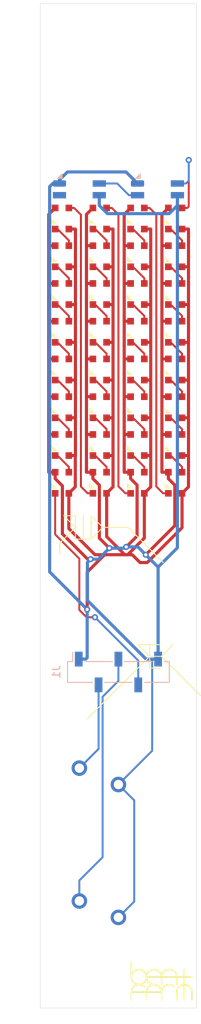
<source format=kicad_pcb>
(kicad_pcb (version 20171130) (host pcbnew "(5.1.5-0-10_14)")

  (general
    (thickness 1.6)
    (drawings 35)
    (tracks 347)
    (zones 0)
    (modules 43)
    (nets 40)
  )

  (page A4)
  (layers
    (0 F.Cu signal)
    (31 B.Cu signal)
    (32 B.Adhes user)
    (33 F.Adhes user)
    (34 B.Paste user)
    (35 F.Paste user)
    (36 B.SilkS user)
    (37 F.SilkS user)
    (38 B.Mask user)
    (39 F.Mask user hide)
    (40 Dwgs.User user)
    (41 Cmts.User user)
    (42 Eco1.User user)
    (43 Eco2.User user)
    (44 Edge.Cuts user)
    (45 Margin user)
    (46 B.CrtYd user)
    (47 F.CrtYd user)
    (48 B.Fab user)
    (49 F.Fab user)
  )

  (setup
    (last_trace_width 0.4)
    (user_trace_width 0.4)
    (trace_clearance 0.2)
    (zone_clearance 0.508)
    (zone_45_only no)
    (trace_min 0.2)
    (via_size 0.8)
    (via_drill 0.4)
    (via_min_size 0.4)
    (via_min_drill 0.3)
    (uvia_size 0.3)
    (uvia_drill 0.1)
    (uvias_allowed no)
    (uvia_min_size 0.2)
    (uvia_min_drill 0.1)
    (edge_width 0.05)
    (segment_width 0.2)
    (pcb_text_width 0.3)
    (pcb_text_size 1.5 1.5)
    (mod_edge_width 0.12)
    (mod_text_size 1 1)
    (mod_text_width 0.15)
    (pad_size 1.524 1.524)
    (pad_drill 0.762)
    (pad_to_mask_clearance 0.051)
    (solder_mask_min_width 0.25)
    (aux_axis_origin 114.3 50.8)
    (grid_origin 114.3 50.8)
    (visible_elements FFFFFF7F)
    (pcbplotparams
      (layerselection 0x010fc_ffffffff)
      (usegerberextensions false)
      (usegerberattributes false)
      (usegerberadvancedattributes false)
      (creategerberjobfile false)
      (excludeedgelayer true)
      (linewidth 0.100000)
      (plotframeref false)
      (viasonmask false)
      (mode 1)
      (useauxorigin false)
      (hpglpennumber 1)
      (hpglpenspeed 20)
      (hpglpendiameter 15.000000)
      (psnegative false)
      (psa4output false)
      (plotreference true)
      (plotvalue true)
      (plotinvisibletext false)
      (padsonsilk false)
      (subtractmaskfromsilk false)
      (outputformat 1)
      (mirror false)
      (drillshape 1)
      (scaleselection 1)
      (outputdirectory ""))
  )

  (net 0 "")
  (net 1 "Net-(D1-Pad1)")
  (net 2 "Net-(D1-Pad3)")
  (net 3 "Net-(D2-Pad3)")
  (net 4 "Net-(D10-Pad3)")
  (net 5 "Net-(D4-Pad3)")
  (net 6 "Net-(D6-Pad3)")
  (net 7 "Net-(D8-Pad3)")
  (net 8 "Net-(D17-Pad1)")
  (net 9 "Net-(D10-Pad1)")
  (net 10 "Net-(D17-Pad3)")
  (net 11 "Net-(D19-Pad3)")
  (net 12 "Net-(D21-Pad3)")
  (net 13 "Net-(D23-Pad3)")
  (net 14 "Net-(D33-Pad4)")
  (net 15 "Net-(D34-Pad4)")
  (net 16 VDD)
  (net 17 GND)
  (net 18 "Net-(D3-Pad3)")
  (net 19 "Net-(D5-Pad3)")
  (net 20 "Net-(D7-Pad3)")
  (net 21 "Net-(D18-Pad3)")
  (net 22 "Net-(D20-Pad3)")
  (net 23 "Net-(D22-Pad3)")
  (net 24 "Net-(D25-Pad1)")
  (net 25 "Net-(J1-Pad3)")
  (net 26 "Net-(J1-Pad2)")
  (net 27 "Net-(D24-Pad3)")
  (net 28 "Net-(D11-Pad3)")
  (net 29 "Net-(D12-Pad3)")
  (net 30 "Net-(D13-Pad3)")
  (net 31 "Net-(D14-Pad3)")
  (net 32 "Net-(D15-Pad3)")
  (net 33 "Net-(D25-Pad3)")
  (net 34 "Net-(D26-Pad3)")
  (net 35 "Net-(D27-Pad3)")
  (net 36 "Net-(D28-Pad3)")
  (net 37 "Net-(D29-Pad3)")
  (net 38 "Net-(D30-Pad3)")
  (net 39 "Net-(D31-Pad3)")

  (net_class Default "This is the default net class."
    (clearance 0.2)
    (trace_width 0.25)
    (via_dia 0.8)
    (via_drill 0.4)
    (uvia_dia 0.3)
    (uvia_drill 0.1)
    (add_net GND)
    (add_net "Net-(D1-Pad1)")
    (add_net "Net-(D1-Pad3)")
    (add_net "Net-(D10-Pad1)")
    (add_net "Net-(D10-Pad3)")
    (add_net "Net-(D11-Pad3)")
    (add_net "Net-(D12-Pad3)")
    (add_net "Net-(D13-Pad3)")
    (add_net "Net-(D14-Pad3)")
    (add_net "Net-(D15-Pad3)")
    (add_net "Net-(D17-Pad1)")
    (add_net "Net-(D17-Pad3)")
    (add_net "Net-(D18-Pad3)")
    (add_net "Net-(D19-Pad3)")
    (add_net "Net-(D2-Pad3)")
    (add_net "Net-(D20-Pad3)")
    (add_net "Net-(D21-Pad3)")
    (add_net "Net-(D22-Pad3)")
    (add_net "Net-(D23-Pad3)")
    (add_net "Net-(D24-Pad3)")
    (add_net "Net-(D25-Pad1)")
    (add_net "Net-(D25-Pad3)")
    (add_net "Net-(D26-Pad3)")
    (add_net "Net-(D27-Pad3)")
    (add_net "Net-(D28-Pad3)")
    (add_net "Net-(D29-Pad3)")
    (add_net "Net-(D3-Pad3)")
    (add_net "Net-(D30-Pad3)")
    (add_net "Net-(D31-Pad3)")
    (add_net "Net-(D33-Pad4)")
    (add_net "Net-(D34-Pad4)")
    (add_net "Net-(D4-Pad3)")
    (add_net "Net-(D5-Pad3)")
    (add_net "Net-(D6-Pad3)")
    (add_net "Net-(D7-Pad3)")
    (add_net "Net-(D8-Pad3)")
    (add_net "Net-(J1-Pad2)")
    (add_net "Net-(J1-Pad3)")
    (add_net VDD)
  )

  (module chillpizza:Rotary_Encoder_Switched_PEC11R_top (layer F.Cu) (tedit 61987440) (tstamp 61987B84)
    (at 124.3 131 90)
    (path /611886A8)
    (fp_text reference SW1 (at 5.275 -9.4 90) (layer F.SilkS) hide
      (effects (font (size 1 1) (thickness 0.15)))
    )
    (fp_text value Rotary_Encoder_Switch (at 5.125 9.725 90) (layer F.Fab)
      (effects (font (size 1 1) (thickness 0.15)))
    )
    (fp_line (start 11.95 -6.7) (end 11.95 6.7) (layer F.Fab) (width 0.1))
    (fp_line (start -0.55 -6.7) (end -0.55 6.7) (layer F.Fab) (width 0.1))
    (fp_line (start -0.55 6.7) (end 11.95 6.7) (layer F.Fab) (width 0.1))
    (fp_line (start -0.55 -6.7) (end 11.95 -6.7) (layer F.Fab) (width 0.1))
    (fp_line (start -1.65 -8.25) (end 13.05 -8.25) (layer F.CrtYd) (width 0.05))
    (fp_line (start 13.05 -8.25) (end 13.05 8.75) (layer F.CrtYd) (width 0.05))
    (fp_line (start 13.05 8.75) (end -1.65 8.75) (layer F.CrtYd) (width 0.05))
    (fp_line (start -1.65 8.75) (end -1.65 -8.25) (layer F.CrtYd) (width 0.05))
    (fp_text user %R (at 5.65 0.125 90) (layer F.Fab)
      (effects (font (size 1 1) (thickness 0.15)))
    )
    (pad "" np_thru_hole circle (at 5.7 0 90) (size 7 7) (drill 7) (layers *.Cu *.Mask))
  )

  (module Connector_PinSocket_2.54mm:PinSocket_1x05_P2.54mm_Vertical_SMD_Pin1Left (layer B.Cu) (tedit 5A19A420) (tstamp 61987B61)
    (at 124.3 136.3 270)
    (descr "surface-mounted straight socket strip, 1x05, 2.54mm pitch, single row, style 1 (pin 1 left) (https://cdn.harwin.com/pdfs/M20-786.pdf), script generated")
    (tags "Surface mounted socket strip SMD 1x05 2.54mm single row style1 pin1 left")
    (path /61D9914B)
    (attr smd)
    (fp_text reference J1 (at 0 7.95 270) (layer B.SilkS)
      (effects (font (size 1 1) (thickness 0.15)) (justify mirror))
    )
    (fp_text value Conn_01x05_Male (at 0 -7.95 270) (layer B.Fab)
      (effects (font (size 1 1) (thickness 0.15)) (justify mirror))
    )
    (fp_text user %R (at 0 0) (layer B.Fab)
      (effects (font (size 1 1) (thickness 0.15)) (justify mirror))
    )
    (fp_line (start -3.1 -6.95) (end -3.1 6.95) (layer B.CrtYd) (width 0.05))
    (fp_line (start 3.1 -6.95) (end -3.1 -6.95) (layer B.CrtYd) (width 0.05))
    (fp_line (start 3.1 6.95) (end 3.1 -6.95) (layer B.CrtYd) (width 0.05))
    (fp_line (start -3.1 6.95) (end 3.1 6.95) (layer B.CrtYd) (width 0.05))
    (fp_line (start -2.27 -5.38) (end -2.27 -4.78) (layer B.Fab) (width 0.1))
    (fp_line (start -1.27 -5.38) (end -2.27 -5.38) (layer B.Fab) (width 0.1))
    (fp_line (start -2.27 -4.78) (end -1.27 -4.78) (layer B.Fab) (width 0.1))
    (fp_line (start 2.27 -2.84) (end 1.27 -2.84) (layer B.Fab) (width 0.1))
    (fp_line (start 2.27 -2.24) (end 2.27 -2.84) (layer B.Fab) (width 0.1))
    (fp_line (start 1.27 -2.24) (end 2.27 -2.24) (layer B.Fab) (width 0.1))
    (fp_line (start -2.27 -0.3) (end -2.27 0.3) (layer B.Fab) (width 0.1))
    (fp_line (start -1.27 -0.3) (end -2.27 -0.3) (layer B.Fab) (width 0.1))
    (fp_line (start -2.27 0.3) (end -1.27 0.3) (layer B.Fab) (width 0.1))
    (fp_line (start 2.27 2.24) (end 1.27 2.24) (layer B.Fab) (width 0.1))
    (fp_line (start 2.27 2.84) (end 2.27 2.24) (layer B.Fab) (width 0.1))
    (fp_line (start 1.27 2.84) (end 2.27 2.84) (layer B.Fab) (width 0.1))
    (fp_line (start -2.27 4.78) (end -2.27 5.38) (layer B.Fab) (width 0.1))
    (fp_line (start -1.27 4.78) (end -2.27 4.78) (layer B.Fab) (width 0.1))
    (fp_line (start -2.27 5.38) (end -1.27 5.38) (layer B.Fab) (width 0.1))
    (fp_line (start -1.27 5.815) (end -0.635 6.45) (layer B.Fab) (width 0.1))
    (fp_line (start -1.27 -6.45) (end -1.27 5.815) (layer B.Fab) (width 0.1))
    (fp_line (start 1.27 -6.45) (end -1.27 -6.45) (layer B.Fab) (width 0.1))
    (fp_line (start 1.27 6.45) (end 1.27 -6.45) (layer B.Fab) (width 0.1))
    (fp_line (start -0.635 6.45) (end 1.27 6.45) (layer B.Fab) (width 0.1))
    (fp_line (start -2.54 5.84) (end -1.33 5.84) (layer B.SilkS) (width 0.12))
    (fp_line (start -1.33 -5.84) (end -1.33 -6.51) (layer B.SilkS) (width 0.12))
    (fp_line (start -1.33 -0.76) (end -1.33 -4.32) (layer B.SilkS) (width 0.12))
    (fp_line (start -1.33 4.32) (end -1.33 0.76) (layer B.SilkS) (width 0.12))
    (fp_line (start -1.33 6.51) (end -1.33 5.84) (layer B.SilkS) (width 0.12))
    (fp_line (start -1.33 -6.51) (end 1.33 -6.51) (layer B.SilkS) (width 0.12))
    (fp_line (start 1.33 -3.3) (end 1.33 -6.51) (layer B.SilkS) (width 0.12))
    (fp_line (start 1.33 1.78) (end 1.33 -1.78) (layer B.SilkS) (width 0.12))
    (fp_line (start 1.33 6.51) (end 1.33 3.3) (layer B.SilkS) (width 0.12))
    (fp_line (start -1.33 6.51) (end 1.33 6.51) (layer B.SilkS) (width 0.12))
    (pad 4 smd rect (at 1.65 -2.54 270) (size 1.9 1) (layers B.Cu B.Paste B.Mask)
      (net 7 "Net-(D8-Pad3)"))
    (pad 2 smd rect (at 1.65 2.54 270) (size 1.9 1) (layers B.Cu B.Paste B.Mask)
      (net 26 "Net-(J1-Pad2)"))
    (pad 5 smd rect (at -1.65 -5.08 270) (size 1.9 1) (layers B.Cu B.Paste B.Mask)
      (net 17 GND))
    (pad 3 smd rect (at -1.65 0 270) (size 1.9 1) (layers B.Cu B.Paste B.Mask)
      (net 25 "Net-(J1-Pad3)"))
    (pad 1 smd rect (at -1.65 5.08 270) (size 1.9 1) (layers B.Cu B.Paste B.Mask)
      (net 16 VDD))
    (model ${KISYS3DMOD}/Connector_PinSocket_2.54mm.3dshapes/PinSocket_1x05_P2.54mm_Vertical_SMD_Pin1Left.wrl
      (at (xyz 0 0 0))
      (scale (xyz 1 1 1))
      (rotate (xyz 0 0 0))
    )
  )

  (module "chillpizza:graphic beat farm arcs" (layer F.Cu) (tedit 0) (tstamp 61370E42)
    (at 129.8 175.8)
    (fp_text reference G*** (at 0 0) (layer F.SilkS) hide
      (effects (font (size 1.524 1.524) (thickness 0.3)))
    )
    (fp_text value LOGO (at 0.75 0) (layer F.SilkS) hide
      (effects (font (size 1.524 1.524) (thickness 0.3)))
    )
    (fp_poly (pts (xy -3.783897 -2.489594) (xy -3.780889 -2.486698) (xy -3.771201 -2.472957) (xy -3.763494 -2.45025)
      (xy -3.757547 -2.414099) (xy -3.753141 -2.360026) (xy -3.750057 -2.283553) (xy -3.748075 -2.180202)
      (xy -3.746975 -2.045496) (xy -3.746539 -1.874956) (xy -3.746501 -1.78509) (xy -3.746501 -1.11787)
      (xy -3.597528 -1.255795) (xy -3.489788 -1.346937) (xy -3.386038 -1.413947) (xy -3.28532 -1.461754)
      (xy -3.092412 -1.520881) (xy -2.894708 -1.542264) (xy -2.698115 -1.527644) (xy -2.508536 -1.478759)
      (xy -2.331876 -1.39735) (xy -2.174042 -1.285158) (xy -2.040938 -1.143922) (xy -1.997606 -1.082278)
      (xy -1.955638 -1.019605) (xy -1.921845 -0.973756) (xy -1.903009 -0.95388) (xy -1.902277 -0.953678)
      (xy -1.886043 -0.970224) (xy -1.864317 -1.012118) (xy -1.862199 -1.01713) (xy -1.82341 -1.081117)
      (xy -1.758185 -1.158719) (xy -1.675899 -1.240974) (xy -1.585926 -1.318919) (xy -1.497643 -1.383593)
      (xy -1.448193 -1.412925) (xy -1.246827 -1.496301) (xy -1.042473 -1.538773) (xy -0.839079 -1.540846)
      (xy -0.640596 -1.503026) (xy -0.45097 -1.425819) (xy -0.274152 -1.309732) (xy -0.209689 -1.254189)
      (xy -0.140577 -1.184775) (xy -0.077001 -1.111612) (xy -0.031738 -1.049506) (xy -0.028769 -1.044572)
      (xy 0.003184 -0.992061) (xy 0.025738 -0.958723) (xy 0.03175 -0.9525) (xy 0.045193 -0.969054)
      (xy 0.072374 -1.011382) (xy 0.092268 -1.044572) (xy 0.151389 -1.125769) (xy 0.235407 -1.216364)
      (xy 0.332233 -1.305164) (xy 0.429777 -1.380972) (xy 0.506034 -1.427754) (xy 0.700162 -1.503406)
      (xy 0.901497 -1.539844) (xy 1.104268 -1.538014) (xy 1.302706 -1.498861) (xy 1.491043 -1.423328)
      (xy 1.663509 -1.31236) (xy 1.7643 -1.221748) (xy 1.862933 -1.103026) (xy 1.947843 -0.966545)
      (xy 2.011962 -0.82561) (xy 2.048227 -0.693526) (xy 2.049617 -0.684419) (xy 2.064239 -0.582084)
      (xy 2.836333 -0.570546) (xy 2.836333 -1.016915) (xy 2.837383 -1.169996) (xy 2.840384 -1.300363)
      (xy 2.845112 -1.403021) (xy 2.851341 -1.472974) (xy 2.858244 -1.504225) (xy 2.896696 -1.537671)
      (xy 2.950109 -1.541842) (xy 3.00265 -1.516508) (xy 3.012969 -1.506459) (xy 3.024821 -1.488486)
      (xy 3.033712 -1.460571) (xy 3.040049 -1.417074) (xy 3.044239 -1.352357) (xy 3.046686 -1.260781)
      (xy 3.047798 -1.136709) (xy 3.048 -1.020038) (xy 3.047999 -0.572326) (xy 3.506085 -0.566622)
      (xy 3.666865 -0.564249) (xy 3.789937 -0.560823) (xy 3.879928 -0.555112) (xy 3.941464 -0.545887)
      (xy 3.97917 -0.531917) (xy 3.997672 -0.51197) (xy 4.001597 -0.484818) (xy 3.995569 -0.449229)
      (xy 3.99263 -0.437193) (xy 3.978526 -0.381) (xy 3.048 -0.381) (xy 3.048 0.393696)
      (xy 3.172067 0.419322) (xy 3.358103 0.478495) (xy 3.532733 0.574033) (xy 3.687824 0.700095)
      (xy 3.815237 0.850839) (xy 3.850744 0.90657) (xy 3.891277 0.977566) (xy 3.923771 1.041756)
      (xy 3.949108 1.104933) (xy 3.968175 1.172891) (xy 3.981855 1.251424) (xy 3.991035 1.346325)
      (xy 3.9966 1.463387) (xy 3.999433 1.608405) (xy 4.000421 1.787171) (xy 4.000499 1.88693)
      (xy 4.000375 2.063661) (xy 3.999797 2.202773) (xy 3.99846 2.308981) (xy 3.996058 2.386998)
      (xy 3.992285 2.44154) (xy 3.986836 2.47732) (xy 3.979405 2.499052) (xy 3.969685 2.511452)
      (xy 3.959558 2.518088) (xy 3.907018 2.538062) (xy 3.867195 2.527287) (xy 3.843261 2.506738)
      (xy 3.83263 2.490875) (xy 3.824474 2.463836) (xy 3.818479 2.420526) (xy 3.814335 2.355851)
      (xy 3.81173 2.264718) (xy 3.810351 2.142032) (xy 3.809886 1.982699) (xy 3.809877 1.961696)
      (xy 3.808993 1.763653) (xy 3.80598 1.602008) (xy 3.800138 1.47085) (xy 3.790768 1.364268)
      (xy 3.777171 1.27635) (xy 3.758647 1.201186) (xy 3.734497 1.132864) (xy 3.704022 1.065473)
      (xy 3.703791 1.065004) (xy 3.620283 0.935201) (xy 3.507777 0.817872) (xy 3.376217 0.720628)
      (xy 3.235547 0.651076) (xy 3.12283 0.620437) (xy 3.048 0.608294) (xy 3.048 1.531813)
      (xy 3.04794 1.753757) (xy 3.047647 1.937241) (xy 3.046951 2.086136) (xy 3.045683 2.204315)
      (xy 3.043673 2.29565) (xy 3.040751 2.364015) (xy 3.036747 2.413281) (xy 3.031492 2.44732)
      (xy 3.024816 2.470006) (xy 3.016548 2.485211) (xy 3.006521 2.496807) (xy 3.005666 2.497666)
      (xy 2.953774 2.534477) (xy 2.907446 2.531042) (xy 2.871363 2.501291) (xy 2.862893 2.488614)
      (xy 2.855893 2.468501) (xy 2.850226 2.437161) (xy 2.845755 2.390804) (xy 2.842342 2.32564)
      (xy 2.83985 2.237876) (xy 2.838141 2.123723) (xy 2.837077 1.97939) (xy 2.836522 1.801086)
      (xy 2.836337 1.58502) (xy 2.836333 1.535503) (xy 2.836333 0.608422) (xy 2.748929 0.622399)
      (xy 2.599098 0.666751) (xy 2.456926 0.747172) (xy 2.328677 0.85742) (xy 2.22061 0.991254)
      (xy 2.13899 1.142431) (xy 2.096767 1.272426) (xy 2.090912 1.318749) (xy 2.085626 1.400543)
      (xy 2.081145 1.510949) (xy 2.0777 1.643107) (xy 2.075524 1.790157) (xy 2.07485 1.917594)
      (xy 2.074494 2.08585) (xy 2.073552 2.21684) (xy 2.071687 2.315634) (xy 2.068559 2.387298)
      (xy 2.063831 2.436901) (xy 2.057164 2.469511) (xy 2.04822 2.490194) (xy 2.036659 2.504019)
      (xy 2.035624 2.504969) (xy 1.979666 2.536835) (xy 1.927339 2.52668) (xy 1.897697 2.501291)
      (xy 1.886974 2.485175) (xy 1.878653 2.460062) (xy 1.87244 2.420952) (xy 1.86804 2.362846)
      (xy 1.86516 2.280743) (xy 1.863504 2.169645) (xy 1.862778 2.02455) (xy 1.862666 1.906388)
      (xy 1.863214 1.723088) (xy 1.865041 1.576472) (xy 1.868425 1.460904) (xy 1.873641 1.370746)
      (xy 1.880968 1.30036) (xy 1.890682 1.244111) (xy 1.896361 1.220138) (xy 1.969663 1.014509)
      (xy 2.075677 0.833225) (xy 2.21211 0.679166) (xy 2.376665 0.555211) (xy 2.464231 0.507607)
      (xy 2.555588 0.467302) (xy 2.646117 0.433898) (xy 2.720009 0.413048) (xy 2.737024 0.410024)
      (xy 2.836333 0.396412) (xy 2.836333 -0.381) (xy 2.074333 -0.381) (xy 2.074333 0.072571)
      (xy 2.073802 0.234497) (xy 2.071546 0.358976) (xy 2.066573 0.450885) (xy 2.057889 0.515104)
      (xy 2.044503 0.556512) (xy 2.025421 0.579988) (xy 1.999651 0.590411) (xy 1.968499 0.592666)
      (xy 1.935556 0.590057) (xy 1.91023 0.578979) (xy 1.891528 0.554552) (xy 1.878459 0.5119)
      (xy 1.870031 0.446144) (xy 1.865251 0.352407) (xy 1.863127 0.22581) (xy 1.862666 0.072333)
      (xy 1.862666 -0.381475) (xy 1.000125 -0.375946) (xy 0.137583 -0.370417) (xy 0.13186 0.083017)
      (xy 0.128605 0.252915) (xy 0.123633 0.388287) (xy 0.117071 0.487015) (xy 0.109046 0.546985)
      (xy 0.10281 0.564559) (xy 0.05922 0.588712) (xy 0.00408 0.588667) (xy -0.039311 0.564559)
      (xy -0.048258 0.532196) (xy -0.055829 0.459634) (xy -0.061898 0.348989) (xy -0.066337 0.202375)
      (xy -0.068361 0.083017) (xy -0.074084 -0.370417) (xy -0.936625 -0.375946) (xy -1.152872 -0.377172)
      (xy -1.33045 -0.377742) (xy -1.473018 -0.377547) (xy -1.584238 -0.376478) (xy -1.66777 -0.374426)
      (xy -1.727274 -0.371281) (xy -1.76641 -0.366937) (xy -1.78884 -0.361282) (xy -1.798223 -0.354209)
      (xy -1.799167 -0.350282) (xy -1.79046 -0.305372) (xy -1.767778 -0.235811) (xy -1.736286 -0.154711)
      (xy -1.701145 -0.075184) (xy -1.667518 -0.01034) (xy -1.661248 0) (xy -1.581996 0.099683)
      (xy -1.475823 0.196619) (xy -1.357039 0.278457) (xy -1.308252 0.304663) (xy -1.235854 0.335279)
      (xy -1.15698 0.35721) (xy -1.058757 0.373381) (xy -0.959686 0.38395) (xy -0.722709 0.420619)
      (xy -0.516444 0.485054) (xy -0.338699 0.578387) (xy -0.187278 0.701753) (xy -0.068058 0.844572)
      (xy 0.031659 0.987392) (xy 0.126954 0.849655) (xy 0.261775 0.690587) (xy 0.421822 0.563602)
      (xy 0.602548 0.470685) (xy 0.799404 0.413824) (xy 1.007844 0.395007) (xy 1.146623 0.404023)
      (xy 1.269286 0.428764) (xy 1.392623 0.47007) (xy 1.50973 0.523778) (xy 1.613704 0.585722)
      (xy 1.697644 0.65174) (xy 1.754647 0.717668) (xy 1.77781 0.779342) (xy 1.778 0.784884)
      (xy 1.763444 0.84234) (xy 1.724794 0.871547) (xy 1.669578 0.872404) (xy 1.605324 0.84481)
      (xy 1.539558 0.788663) (xy 1.539061 0.788115) (xy 1.482299 0.743765) (xy 1.39629 0.69797)
      (xy 1.293615 0.655824) (xy 1.186851 0.622423) (xy 1.088578 0.602859) (xy 1.078946 0.601783)
      (xy 0.902217 0.60415) (xy 0.729199 0.644316) (xy 0.567025 0.718328) (xy 0.422827 0.822238)
      (xy 0.303738 0.952094) (xy 0.231874 1.070897) (xy 0.201824 1.136764) (xy 0.178087 1.200223)
      (xy 0.159933 1.267359) (xy 0.146632 1.344257) (xy 0.137453 1.437) (xy 0.131667 1.551675)
      (xy 0.128542 1.694364) (xy 0.127348 1.871155) (xy 0.127251 1.942495) (xy 0.126999 2.498574)
      (xy 0.07676 2.521464) (xy 0.019008 2.533071) (xy -0.01849 2.520266) (xy -0.033175 2.510937)
      (xy -0.044261 2.497115) (xy -0.052253 2.473309) (xy -0.057658 2.434028) (xy -0.060979 2.373782)
      (xy -0.062723 2.287079) (xy -0.063395 2.168429) (xy -0.0635 2.031255) (xy -0.0635 1.566333)
      (xy -1.799167 1.566333) (xy -1.799167 2.018136) (xy -1.799445 2.168877) (xy -1.80058 2.282962)
      (xy -1.803022 2.366065) (xy -1.807223 2.423861) (xy -1.813635 2.462026) (xy -1.822708 2.486234)
      (xy -1.834894 2.502159) (xy -1.837876 2.504969) (xy -1.893834 2.536835) (xy -1.946161 2.52668)
      (xy -1.975803 2.501291) (xy -1.98765 2.483327) (xy -1.996539 2.455424) (xy -2.002876 2.411948)
      (xy -2.007067 2.347262) (xy -2.009516 2.255731) (xy -2.010631 2.131718) (xy -2.010834 2.014458)
      (xy -2.010834 1.566333) (xy -3.7465 1.566333) (xy -3.7465 2.018136) (xy -3.746778 2.168877)
      (xy -3.747913 2.282962) (xy -3.750355 2.366065) (xy -3.754557 2.423861) (xy -3.760968 2.462026)
      (xy -3.770041 2.486234) (xy -3.782227 2.502159) (xy -3.785209 2.504969) (xy -3.830162 2.535488)
      (xy -3.871259 2.531796) (xy -3.906497 2.50991) (xy -3.918599 2.499057) (xy -3.928062 2.483068)
      (xy -3.935207 2.457076) (xy -3.940355 2.416212) (xy -3.94383 2.355609) (xy -3.945954 2.270399)
      (xy -3.947047 2.155713) (xy -3.947433 2.006684) (xy -3.947457 1.890785) (xy -3.946885 1.694608)
      (xy -3.944615 1.534742) (xy -3.939673 1.40517) (xy -3.935554 1.354666) (xy -3.730873 1.354666)
      (xy -2.01164 1.354666) (xy -2.008778 1.341247) (xy -1.799167 1.341247) (xy -1.778742 1.344152)
      (xy -1.72043 1.346841) (xy -1.628679 1.349245) (xy -1.507935 1.351293) (xy -1.362645 1.352917)
      (xy -1.197255 1.354046) (xy -1.016213 1.354613) (xy -0.939562 1.354666) (xy -0.079956 1.354666)
      (xy -0.094304 1.278186) (xy -0.145092 1.116724) (xy -0.230611 0.969848) (xy -0.344805 0.841644)
      (xy -0.481614 0.736198) (xy -0.634982 0.657597) (xy -0.798851 0.609926) (xy -0.967162 0.597271)
      (xy -1.083134 0.611178) (xy -1.2675 0.6692) (xy -1.432258 0.761239) (xy -1.572113 0.883478)
      (xy -1.681768 1.032097) (xy -1.691816 1.049997) (xy -1.726462 1.121172) (xy -1.759218 1.20103)
      (xy -1.784896 1.2755) (xy -1.79831 1.330511) (xy -1.799167 1.341247) (xy -2.008778 1.341247)
      (xy -1.999224 1.296458) (xy -1.966416 1.178782) (xy -1.918627 1.051437) (xy -1.863853 0.934363)
      (xy -1.831571 0.878298) (xy -1.771475 0.798339) (xy -1.69219 0.712036) (xy -1.605495 0.630726)
      (xy -1.523172 0.565747) (xy -1.477702 0.537699) (xy -1.436512 0.513908) (xy -1.418222 0.498416)
      (xy -1.418167 0.498004) (xy -1.434403 0.482741) (xy -1.476967 0.451288) (xy -1.536648 0.410453)
      (xy -1.536687 0.410427) (xy -1.608479 0.355177) (xy -1.685735 0.28359) (xy -1.759748 0.205172)
      (xy -1.821811 0.129428) (xy -1.86322 0.065861) (xy -1.872935 0.043327) (xy -1.89353 0.005459)
      (xy -1.917641 0.009718) (xy -1.94115 0.047625) (xy -1.993098 0.133097) (xy -2.071142 0.22748)
      (xy -2.164385 0.319104) (xy -2.26193 0.396294) (xy -2.274595 0.404815) (xy -2.413586 0.496196)
      (xy -2.344502 0.532036) (xy -2.287689 0.567264) (xy -2.22004 0.617019) (xy -2.185459 0.64542)
      (xy -2.124153 0.711667) (xy -2.094466 0.774029) (xy -2.09758 0.826338) (xy -2.13468 0.862427)
      (xy -2.143125 0.866014) (xy -2.191189 0.873023) (xy -2.244732 0.855131) (xy -2.312859 0.808733)
      (xy -2.336643 0.789432) (xy -2.473314 0.699913) (xy -2.631015 0.636636) (xy -2.797326 0.602943)
      (xy -2.959826 0.602179) (xy -3.006859 0.609034) (xy -3.194339 0.663179) (xy -3.361475 0.750739)
      (xy -3.467428 0.834477) (xy -3.546058 0.923225) (xy -3.61884 1.032341) (xy -3.677472 1.147219)
      (xy -3.713652 1.253253) (xy -3.717996 1.275291) (xy -3.730873 1.354666) (xy -3.935554 1.354666)
      (xy -3.931085 1.299876) (xy -3.917876 1.212844) (xy -3.899074 1.138057) (xy -3.873705 1.0695)
      (xy -3.840794 1.001155) (xy -3.799368 0.927006) (xy -3.788444 0.908348) (xy -3.675154 0.750879)
      (xy -3.533175 0.618107) (xy -3.437142 0.550946) (xy -3.343323 0.491448) (xy -3.433787 0.438171)
      (xy -3.572983 0.334269) (xy -3.698879 0.198332) (xy -3.805088 0.040088) (xy -3.885228 -0.130734)
      (xy -3.932914 -0.304404) (xy -3.936594 -0.328084) (xy -3.942272 -0.390161) (xy -3.946885 -0.481822)
      (xy -3.742511 -0.481822) (xy -3.724991 -0.304239) (xy -3.665234 -0.129323) (xy -3.56325 0.042834)
      (xy -3.555719 0.053167) (xy -3.457822 0.162879) (xy -3.337755 0.25229) (xy -3.18573 0.32866)
      (xy -3.182092 0.33019) (xy -3.11548 0.35545) (xy -3.054583 0.370322) (xy -2.984933 0.37685)
      (xy -2.89206 0.377074) (xy -2.856277 0.376183) (xy -2.756166 0.371928) (xy -2.682515 0.363437)
      (xy -2.619451 0.346973) (xy -2.551104 0.318802) (xy -2.492535 0.290568) (xy -2.33463 0.191345)
      (xy -2.208054 0.0688) (xy -2.112805 -0.07193) (xy -2.048883 -0.225706) (xy -2.016288 -0.387392)
      (xy -2.015017 -0.551848) (xy -2.0244 -0.602456) (xy -1.799167 -0.602456) (xy -1.794488 -0.594673)
      (xy -1.778022 -0.588283) (xy -1.746125 -0.583154) (xy -1.695152 -0.579155) (xy -1.62146 -0.576155)
      (xy -1.521405 -0.574023) (xy -1.391343 -0.572628) (xy -1.22763 -0.571838) (xy -1.026621 -0.571523)
      (xy -0.939148 -0.5715) (xy -0.079128 -0.5715) (xy 0.142756 -0.5715) (xy 1.86603 -0.5715)
      (xy 1.852013 -0.640292) (xy 1.822062 -0.737672) (xy 1.772575 -0.849053) (xy 1.712397 -0.957027)
      (xy 1.650376 -1.044187) (xy 1.641665 -1.054164) (xy 1.501223 -1.180373) (xy 1.342376 -1.268461)
      (xy 1.165116 -1.318432) (xy 0.969433 -1.33029) (xy 0.955088 -1.329695) (xy 0.846997 -1.321322)
      (xy 0.762042 -1.305332) (xy 0.681149 -1.277343) (xy 0.631892 -1.25544) (xy 0.494175 -1.171821)
      (xy 0.370532 -1.060166) (xy 0.268039 -0.929373) (xy 0.193771 -0.788337) (xy 0.156552 -0.657776)
      (xy 0.142756 -0.5715) (xy -0.079128 -0.5715) (xy -0.091069 -0.645082) (xy -0.133687 -0.788854)
      (xy -0.210867 -0.931187) (xy -0.315498 -1.063194) (xy -0.440467 -1.175989) (xy -0.578664 -1.260686)
      (xy -0.586715 -1.264448) (xy -0.716369 -1.307309) (xy -0.865227 -1.330012) (xy -1.016658 -1.331537)
      (xy -1.154032 -1.310864) (xy -1.186825 -1.301255) (xy -1.361544 -1.226458) (xy -1.505623 -1.126586)
      (xy -1.625555 -0.996898) (xy -1.649903 -0.963084) (xy -1.687184 -0.899889) (xy -1.726181 -0.819484)
      (xy -1.761452 -0.735026) (xy -1.787549 -0.659668) (xy -1.79903 -0.606565) (xy -1.799167 -0.602456)
      (xy -2.0244 -0.602456) (xy -2.045071 -0.713938) (xy -2.106449 -0.868524) (xy -2.199149 -1.010467)
      (xy -2.323172 -1.134631) (xy -2.478515 -1.235877) (xy -2.492775 -1.243069) (xy -2.567452 -1.278914)
      (xy -2.625756 -1.302027) (xy -2.681142 -1.315198) (xy -2.747064 -1.321212) (xy -2.836976 -1.322857)
      (xy -2.878185 -1.322917) (xy -2.981015 -1.322063) (xy -3.054646 -1.317799) (xy -3.112206 -1.30757)
      (xy -3.16682 -1.288824) (xy -3.231616 -1.259007) (xy -3.248003 -1.250973) (xy -3.407958 -1.152332)
      (xy -3.535846 -1.028084) (xy -3.636521 -0.873332) (xy -3.650803 -0.844631) (xy -3.717785 -0.661983)
      (xy -3.742511 -0.481822) (xy -3.946885 -0.481822) (xy -3.947071 -0.485508) (xy -3.951005 -0.609023)
      (xy -3.954089 -0.755604) (xy -3.956335 -0.920151) (xy -3.957758 -1.097562) (xy -3.958372 -1.282735)
      (xy -3.958189 -1.47057) (xy -3.957224 -1.655964) (xy -3.955491 -1.833817) (xy -3.953003 -1.999027)
      (xy -3.949773 -2.146493) (xy -3.945817 -2.271114) (xy -3.941147 -2.367787) (xy -3.935777 -2.431412)
      (xy -3.930867 -2.455334) (xy -3.889252 -2.50164) (xy -3.835947 -2.513963) (xy -3.783897 -2.489594)) (layer F.SilkS) (width 0.01))
  )

  (module Keebio-Parts:SK6812-MINI-E (layer B.Cu) (tedit 61188620) (tstamp 61988DA1)
    (at 119.3 74.55 180)
    (path /611C61AA)
    (fp_text reference D34 (at 0 -2.1 180 unlocked) (layer B.SilkS) hide
      (effects (font (size 0.7 0.7) (thickness 0.15)) (justify mirror))
    )
    (fp_text value SK6812 (at 0 0.499999 180 unlocked) (layer B.SilkS) hide
      (effects (font (size 1 1) (thickness 0.15)) (justify mirror))
    )
    (fp_line (start -1.6 1.4) (end 1.6 1.4) (layer Cmts.User) (width 0.12))
    (fp_line (start -1.6 -1.4) (end -1.6 1.4) (layer Cmts.User) (width 0.12))
    (fp_line (start 1.6 -1.4) (end -1.6 -1.4) (layer Cmts.User) (width 0.12))
    (fp_line (start 1.6 1.4) (end 1.6 -1.4) (layer Cmts.User) (width 0.12))
    (fp_poly (pts (xy 2.8 1.4) (xy 2.2 1.4) (xy 2.2 2)) (layer B.SilkS) (width 0.1))
    (pad 3 smd roundrect (at 2.55 0.75 180) (size 1.7 0.82) (layers B.Cu B.Paste B.Mask) (roundrect_rratio 0.25)
      (net 16 VDD))
    (pad 4 smd rect (at 2.55 -0.75 180) (size 1.7 0.82) (layers B.Cu B.Paste B.Mask)
      (net 15 "Net-(D34-Pad4)"))
    (pad 2 smd rect (at -2.55 0.75 180) (size 1.7 0.82) (layers B.Cu B.Paste B.Mask)
      (net 14 "Net-(D33-Pad4)"))
    (pad 1 smd rect (at -2.55 -0.75 180) (size 1.7 0.82) (layers B.Cu B.Paste B.Mask)
      (net 17 GND))
    (model "/Users/danny/syncproj/kicad-libs/footprints/Keebio-Parts.pretty/3dmodels/SK6812MINI-E v1.step"
      (at (xyz 0 0 0))
      (scale (xyz 1 1 1))
      (rotate (xyz 90 0 0))
    )
  )

  (module Keebio-Parts:SK6812-MINI-E (layer B.Cu) (tedit 611885F3) (tstamp 61988D7D)
    (at 129.3 74.55 180)
    (path /611C463D)
    (fp_text reference D33 (at 0 -2.1 180 unlocked) (layer B.SilkS) hide
      (effects (font (size 0.7 0.7) (thickness 0.15)) (justify mirror))
    )
    (fp_text value SK6812 (at 0 0.499999 180 unlocked) (layer B.SilkS) hide
      (effects (font (size 1 1) (thickness 0.15)) (justify mirror))
    )
    (fp_poly (pts (xy 2.8 1.4) (xy 2.2 1.4) (xy 2.2 2)) (layer B.SilkS) (width 0.1))
    (fp_line (start 1.6 1.4) (end 1.6 -1.4) (layer Cmts.User) (width 0.12))
    (fp_line (start 1.6 -1.4) (end -1.6 -1.4) (layer Cmts.User) (width 0.12))
    (fp_line (start -1.6 -1.4) (end -1.6 1.4) (layer Cmts.User) (width 0.12))
    (fp_line (start -1.6 1.4) (end 1.6 1.4) (layer Cmts.User) (width 0.12))
    (pad 1 smd rect (at -2.55 -0.75 180) (size 1.7 0.82) (layers B.Cu B.Paste B.Mask)
      (net 17 GND))
    (pad 2 smd rect (at -2.55 0.75 180) (size 1.7 0.82) (layers B.Cu B.Paste B.Mask)
      (net 24 "Net-(D25-Pad1)"))
    (pad 4 smd rect (at 2.55 -0.75 180) (size 1.7 0.82) (layers B.Cu B.Paste B.Mask)
      (net 14 "Net-(D33-Pad4)"))
    (pad 3 smd roundrect (at 2.55 0.75 180) (size 1.7 0.82) (layers B.Cu B.Paste B.Mask) (roundrect_rratio 0.25)
      (net 16 VDD))
    (model "/Users/danny/syncproj/kicad-libs/footprints/Keebio-Parts.pretty/3dmodels/SK6812MINI-E v1.step"
      (at (xyz 0 0 0))
      (scale (xyz 1 1 1))
      (rotate (xyz 90 0 0))
    )
  )

  (module drill_holes:M3_Slot (layer F.Cu) (tedit 5B416F58) (tstamp 611912CC)
    (at 121.8 53.8)
    (descr "Mounting Hole 3.2mm, no annular, M3")
    (tags "mounting hole 3.2mm no annular m3")
    (path /613AE458)
    (attr virtual)
    (fp_text reference H1 (at 0 -4.2) (layer F.SilkS) hide
      (effects (font (size 1 1) (thickness 0.15)))
    )
    (fp_text value MountingHole (at 0 4.2) (layer F.Fab)
      (effects (font (size 1 1) (thickness 0.15)))
    )
    (fp_circle (center 0 0) (end 3.45 0) (layer F.CrtYd) (width 0.05))
    (fp_circle (center 0 0) (end 3.2 0) (layer Cmts.User) (width 0.15))
    (fp_text user %R (at 0.3 0) (layer F.Fab)
      (effects (font (size 1 1) (thickness 0.15)))
    )
    (pad "" np_thru_hole oval (at 0 0) (size 6.1 3.1) (drill oval 6.1 3.1) (layers *.Cu *.Mask))
  )

  (module drill_holes:M3_Slot (layer F.Cu) (tedit 5B416F58) (tstamp 6119007C)
    (at 121.8 176.3)
    (descr "Mounting Hole 3.2mm, no annular, M3")
    (tags "mounting hole 3.2mm no annular m3")
    (path /613AE5CD)
    (attr virtual)
    (fp_text reference H2 (at 0 -4.2) (layer F.SilkS) hide
      (effects (font (size 1 1) (thickness 0.15)))
    )
    (fp_text value MountingHole (at 0 4.2) (layer F.Fab)
      (effects (font (size 1 1) (thickness 0.15)))
    )
    (fp_text user %R (at 0.3 0) (layer F.Fab)
      (effects (font (size 1 1) (thickness 0.15)))
    )
    (fp_circle (center 0 0) (end 3.2 0) (layer Cmts.User) (width 0.15))
    (fp_circle (center 0 0) (end 3.45 0) (layer F.CrtYd) (width 0.05))
    (pad "" np_thru_hole oval (at 0 0) (size 6.1 3.1) (drill oval 6.1 3.1) (layers *.Cu *.Mask))
  )

  (module Keebio-Parts:Kailh-PG1350-1u-NoLED (layer F.Cu) (tedit 5E74EA2A) (tstamp 611901CB)
    (at 124.3 161.8)
    (path /6118779A)
    (fp_text reference SW2 (at 0 -7.14375 180) (layer Dwgs.User)
      (effects (font (size 1 1) (thickness 0.2)))
    )
    (fp_text value SW_SPST (at 0 -5.08 180) (layer F.SilkS) hide
      (effects (font (size 1 1) (thickness 0.2)))
    )
    (fp_line (start 6.9 6.9) (end -6.9 6.9) (layer Cmts.User) (width 0.1524))
    (fp_line (start -6.9 6.9) (end -6.9 -6.9) (layer Cmts.User) (width 0.1524))
    (fp_line (start -6.9 -6.9) (end 6.9 -6.9) (layer Cmts.User) (width 0.1524))
    (fp_line (start 6.9 -6.9) (end 6.9 6.9) (layer Cmts.User) (width 0.1524))
    (fp_line (start 9 8.5) (end -9 8.5) (layer Dwgs.User) (width 0.1524))
    (fp_line (start -9 8.5) (end -9 -8.5) (layer Dwgs.User) (width 0.1524))
    (fp_line (start -9 -8.5) (end 9 -8.5) (layer Dwgs.User) (width 0.1524))
    (fp_line (start 9 -8.5) (end 9 8.5) (layer Dwgs.User) (width 0.1524))
    (fp_line (start 7.5 7.5) (end -7.5 7.5) (layer Eco2.User) (width 0.1524))
    (fp_line (start -7.5 7.5) (end -7.5 -7.5) (layer Eco2.User) (width 0.1524))
    (fp_line (start -7.5 -7.5) (end 7.5 -7.5) (layer Eco2.User) (width 0.1524))
    (fp_line (start 7.5 -7.5) (end 7.5 7.5) (layer Eco2.User) (width 0.1524))
    (fp_line (start 9.525 -9.525) (end 9.525 9.525) (layer Eco1.User) (width 0.12))
    (fp_line (start -9.525 -9.525) (end -9.525 9.525) (layer Eco1.User) (width 0.12))
    (fp_line (start -9.525 -9.525) (end 9.525 -9.525) (layer Eco1.User) (width 0.12))
    (fp_line (start -9.525 9.525) (end 9.525 9.525) (layer Eco1.User) (width 0.12))
    (pad "" np_thru_hole circle (at 0 0 180) (size 3.4 3.4) (drill 3.4) (layers *.Cu *.Mask))
    (pad 1 thru_hole circle (at 0 5.9 180) (size 2 2) (drill 1.2) (layers *.Cu *.Mask)
      (net 17 GND))
    (pad 2 thru_hole circle (at -5 3.8 41.9) (size 2 2) (drill 1.2) (layers *.Cu *.Mask)
      (net 25 "Net-(J1-Pad3)"))
    (pad "" np_thru_hole circle (at -5.5 0 180) (size 1.7 1.7) (drill 1.7) (layers *.Cu *.Mask))
    (pad "" np_thru_hole circle (at 5.5 0 180) (size 1.7 1.7) (drill 1.7) (layers *.Cu *.Mask))
    (model /Users/danny/Documents/proj/custom-keyboard/kicad-libs/3d_models/mx-switch.wrl
      (offset (xyz 7.4675998878479 7.4675998878479 5.943599910736085))
      (scale (xyz 0.4 0.4 0.4))
      (rotate (xyz 270 0 180))
    )
    (model /Users/danny/Documents/proj/custom-keyboard/kicad-libs/3d_models/SA-R3-1u.wrl
      (offset (xyz 0 0 11.93799982070923))
      (scale (xyz 0.394 0.394 0.394))
      (rotate (xyz 270 0 0))
    )
  )

  (module Keebio-Parts:Kailh-PG1350-1u-NoLED (layer F.Cu) (tedit 5E74EA2A) (tstamp 6119199B)
    (at 124.3 144.8)
    (path /61187CE9)
    (fp_text reference SW3 (at 0 -7.14375 180) (layer Dwgs.User)
      (effects (font (size 1 1) (thickness 0.2)))
    )
    (fp_text value SW_SPST (at 0 -5.08 180) (layer F.SilkS) hide
      (effects (font (size 1 1) (thickness 0.2)))
    )
    (fp_line (start -9.525 9.525) (end 9.525 9.525) (layer Eco1.User) (width 0.12))
    (fp_line (start -9.525 -9.525) (end 9.525 -9.525) (layer Eco1.User) (width 0.12))
    (fp_line (start -9.525 -9.525) (end -9.525 9.525) (layer Eco1.User) (width 0.12))
    (fp_line (start 9.525 -9.525) (end 9.525 9.525) (layer Eco1.User) (width 0.12))
    (fp_line (start 7.5 -7.5) (end 7.5 7.5) (layer Eco2.User) (width 0.1524))
    (fp_line (start -7.5 -7.5) (end 7.5 -7.5) (layer Eco2.User) (width 0.1524))
    (fp_line (start -7.5 7.5) (end -7.5 -7.5) (layer Eco2.User) (width 0.1524))
    (fp_line (start 7.5 7.5) (end -7.5 7.5) (layer Eco2.User) (width 0.1524))
    (fp_line (start 9 -8.5) (end 9 8.5) (layer Dwgs.User) (width 0.1524))
    (fp_line (start -9 -8.5) (end 9 -8.5) (layer Dwgs.User) (width 0.1524))
    (fp_line (start -9 8.5) (end -9 -8.5) (layer Dwgs.User) (width 0.1524))
    (fp_line (start 9 8.5) (end -9 8.5) (layer Dwgs.User) (width 0.1524))
    (fp_line (start 6.9 -6.9) (end 6.9 6.9) (layer Cmts.User) (width 0.1524))
    (fp_line (start -6.9 -6.9) (end 6.9 -6.9) (layer Cmts.User) (width 0.1524))
    (fp_line (start -6.9 6.9) (end -6.9 -6.9) (layer Cmts.User) (width 0.1524))
    (fp_line (start 6.9 6.9) (end -6.9 6.9) (layer Cmts.User) (width 0.1524))
    (pad "" np_thru_hole circle (at 5.5 0 180) (size 1.7 1.7) (drill 1.7) (layers *.Cu *.Mask))
    (pad "" np_thru_hole circle (at -5.5 0 180) (size 1.7 1.7) (drill 1.7) (layers *.Cu *.Mask))
    (pad 2 thru_hole circle (at -5 3.8 41.9) (size 2 2) (drill 1.2) (layers *.Cu *.Mask)
      (net 26 "Net-(J1-Pad2)"))
    (pad 1 thru_hole circle (at 0 5.9 180) (size 2 2) (drill 1.2) (layers *.Cu *.Mask)
      (net 17 GND))
    (pad "" np_thru_hole circle (at 0 0 180) (size 3.4 3.4) (drill 3.4) (layers *.Cu *.Mask))
    (model /Users/danny/Documents/proj/custom-keyboard/kicad-libs/3d_models/mx-switch.wrl
      (offset (xyz 7.4675998878479 7.4675998878479 5.943599910736085))
      (scale (xyz 0.4 0.4 0.4))
      (rotate (xyz 270 0 180))
    )
    (model /Users/danny/Documents/proj/custom-keyboard/kicad-libs/3d_models/SA-R3-1u.wrl
      (offset (xyz 0 0 11.93799982070923))
      (scale (xyz 0.394 0.394 0.394))
      (rotate (xyz 270 0 0))
    )
  )

  (module chillpizza:LED_SK6812MINI_PLCC4_3.5x3.5mm_P1.75mm_flush (layer F.Cu) (tedit 6198080F) (tstamp 619878D6)
    (at 117.08 78.28 270)
    (descr https://cdn-shop.adafruit.com/product-files/2686/SK6812MINI_REV.01-1-2.pdf)
    (tags "LED RGB NeoPixel Mini")
    (path /6119F876)
    (attr smd)
    (fp_text reference D1 (at 0 -2.75 90) (layer F.SilkS) hide
      (effects (font (size 1 1) (thickness 0.15)))
    )
    (fp_text value SK6812MINI (at 0 3.25 90) (layer F.Fab)
      (effects (font (size 1 1) (thickness 0.15)))
    )
    (fp_text user %R (at 0 0 90) (layer F.Fab)
      (effects (font (size 0.5 0.5) (thickness 0.1)))
    )
    (fp_line (start 2.8 -2) (end -2.8 -2) (layer F.CrtYd) (width 0.05))
    (fp_line (start 2.8 2) (end 2.8 -2) (layer F.CrtYd) (width 0.05))
    (fp_line (start -2.8 2) (end 2.8 2) (layer F.CrtYd) (width 0.05))
    (fp_line (start -2.8 -2) (end -2.8 2) (layer F.CrtYd) (width 0.05))
    (fp_line (start 1.75 0.75) (end 0.75 1.75) (layer F.Fab) (width 0.1))
    (fp_line (start -1.75 -1.75) (end -1.75 1.75) (layer F.Fab) (width 0.1))
    (fp_line (start -1.75 1.75) (end 1.75 1.75) (layer F.Fab) (width 0.1))
    (fp_line (start 1.75 1.75) (end 1.75 -1.75) (layer F.Fab) (width 0.1))
    (fp_line (start 1.75 -1.75) (end -1.75 -1.75) (layer F.Fab) (width 0.1))
    (fp_circle (center 0 0) (end 0 -1.5) (layer F.Fab) (width 0.1))
    (fp_poly (pts (xy 0.7 1.3) (xy 0.1 1.3) (xy 0.7 0.7)) (layer F.SilkS) (width 0.1))
    (pad 3 smd rect (at 1.35 0.875 270) (size 0.85 0.85) (layers F.Cu F.Paste F.Mask)
      (net 2 "Net-(D1-Pad3)"))
    (pad 4 smd rect (at 1.35 -0.875 270) (size 0.85 0.85) (layers F.Cu F.Paste F.Mask)
      (net 16 VDD))
    (pad 2 smd rect (at -1.35 0.875 270) (size 0.85 0.85) (layers F.Cu F.Paste F.Mask)
      (net 17 GND))
    (pad 1 smd rect (at -1.35 -0.875 270) (size 0.85 0.85) (layers F.Cu F.Paste F.Mask)
      (net 1 "Net-(D1-Pad1)"))
    (model ${KISYS3DMOD}/LED_SMD.3dshapes/LED_SK6812MINI_PLCC4_3.5x3.5mm_P1.75mm.wrl
      (at (xyz 0 0 0))
      (scale (xyz 1 1 1))
      (rotate (xyz 0 0 0))
    )
  )

  (module chillpizza:LED_SK6812MINI_PLCC4_3.5x3.5mm_P1.75mm_flush (layer F.Cu) (tedit 6198080F) (tstamp 619878E9)
    (at 117.08 83.11 270)
    (descr https://cdn-shop.adafruit.com/product-files/2686/SK6812MINI_REV.01-1-2.pdf)
    (tags "LED RGB NeoPixel Mini")
    (path /6119F87C)
    (attr smd)
    (fp_text reference D2 (at 0 -2.75 90) (layer F.SilkS) hide
      (effects (font (size 1 1) (thickness 0.15)))
    )
    (fp_text value SK6812MINI (at 0 3.25 90) (layer F.Fab)
      (effects (font (size 1 1) (thickness 0.15)))
    )
    (fp_poly (pts (xy 0.7 1.3) (xy 0.1 1.3) (xy 0.7 0.7)) (layer F.SilkS) (width 0.1))
    (fp_circle (center 0 0) (end 0 -1.5) (layer F.Fab) (width 0.1))
    (fp_line (start 1.75 -1.75) (end -1.75 -1.75) (layer F.Fab) (width 0.1))
    (fp_line (start 1.75 1.75) (end 1.75 -1.75) (layer F.Fab) (width 0.1))
    (fp_line (start -1.75 1.75) (end 1.75 1.75) (layer F.Fab) (width 0.1))
    (fp_line (start -1.75 -1.75) (end -1.75 1.75) (layer F.Fab) (width 0.1))
    (fp_line (start 1.75 0.75) (end 0.75 1.75) (layer F.Fab) (width 0.1))
    (fp_line (start -2.8 -2) (end -2.8 2) (layer F.CrtYd) (width 0.05))
    (fp_line (start -2.8 2) (end 2.8 2) (layer F.CrtYd) (width 0.05))
    (fp_line (start 2.8 2) (end 2.8 -2) (layer F.CrtYd) (width 0.05))
    (fp_line (start 2.8 -2) (end -2.8 -2) (layer F.CrtYd) (width 0.05))
    (fp_text user %R (at 0 0 90) (layer F.Fab)
      (effects (font (size 0.5 0.5) (thickness 0.1)))
    )
    (pad 1 smd rect (at -1.35 -0.875 270) (size 0.85 0.85) (layers F.Cu F.Paste F.Mask)
      (net 2 "Net-(D1-Pad3)"))
    (pad 2 smd rect (at -1.35 0.875 270) (size 0.85 0.85) (layers F.Cu F.Paste F.Mask)
      (net 17 GND))
    (pad 4 smd rect (at 1.35 -0.875 270) (size 0.85 0.85) (layers F.Cu F.Paste F.Mask)
      (net 16 VDD))
    (pad 3 smd rect (at 1.35 0.875 270) (size 0.85 0.85) (layers F.Cu F.Paste F.Mask)
      (net 3 "Net-(D2-Pad3)"))
    (model ${KISYS3DMOD}/LED_SMD.3dshapes/LED_SK6812MINI_PLCC4_3.5x3.5mm_P1.75mm.wrl
      (at (xyz 0 0 0))
      (scale (xyz 1 1 1))
      (rotate (xyz 0 0 0))
    )
  )

  (module chillpizza:LED_SK6812MINI_PLCC4_3.5x3.5mm_P1.75mm_flush (layer F.Cu) (tedit 6198080F) (tstamp 619878FC)
    (at 117.08 87.94 270)
    (descr https://cdn-shop.adafruit.com/product-files/2686/SK6812MINI_REV.01-1-2.pdf)
    (tags "LED RGB NeoPixel Mini")
    (path /611904E8)
    (attr smd)
    (fp_text reference D3 (at 0 -2.75 90) (layer F.SilkS) hide
      (effects (font (size 1 1) (thickness 0.15)))
    )
    (fp_text value SK6812MINI (at 0 3.25 90) (layer F.Fab)
      (effects (font (size 1 1) (thickness 0.15)))
    )
    (fp_text user %R (at 0 0 90) (layer F.Fab)
      (effects (font (size 0.5 0.5) (thickness 0.1)))
    )
    (fp_line (start 2.8 -2) (end -2.8 -2) (layer F.CrtYd) (width 0.05))
    (fp_line (start 2.8 2) (end 2.8 -2) (layer F.CrtYd) (width 0.05))
    (fp_line (start -2.8 2) (end 2.8 2) (layer F.CrtYd) (width 0.05))
    (fp_line (start -2.8 -2) (end -2.8 2) (layer F.CrtYd) (width 0.05))
    (fp_line (start 1.75 0.75) (end 0.75 1.75) (layer F.Fab) (width 0.1))
    (fp_line (start -1.75 -1.75) (end -1.75 1.75) (layer F.Fab) (width 0.1))
    (fp_line (start -1.75 1.75) (end 1.75 1.75) (layer F.Fab) (width 0.1))
    (fp_line (start 1.75 1.75) (end 1.75 -1.75) (layer F.Fab) (width 0.1))
    (fp_line (start 1.75 -1.75) (end -1.75 -1.75) (layer F.Fab) (width 0.1))
    (fp_circle (center 0 0) (end 0 -1.5) (layer F.Fab) (width 0.1))
    (fp_poly (pts (xy 0.7 1.3) (xy 0.1 1.3) (xy 0.7 0.7)) (layer F.SilkS) (width 0.1))
    (pad 3 smd rect (at 1.35 0.875 270) (size 0.85 0.85) (layers F.Cu F.Paste F.Mask)
      (net 18 "Net-(D3-Pad3)"))
    (pad 4 smd rect (at 1.35 -0.875 270) (size 0.85 0.85) (layers F.Cu F.Paste F.Mask)
      (net 16 VDD))
    (pad 2 smd rect (at -1.35 0.875 270) (size 0.85 0.85) (layers F.Cu F.Paste F.Mask)
      (net 17 GND))
    (pad 1 smd rect (at -1.35 -0.875 270) (size 0.85 0.85) (layers F.Cu F.Paste F.Mask)
      (net 3 "Net-(D2-Pad3)"))
    (model ${KISYS3DMOD}/LED_SMD.3dshapes/LED_SK6812MINI_PLCC4_3.5x3.5mm_P1.75mm.wrl
      (at (xyz 0 0 0))
      (scale (xyz 1 1 1))
      (rotate (xyz 0 0 0))
    )
  )

  (module chillpizza:LED_SK6812MINI_PLCC4_3.5x3.5mm_P1.75mm_flush (layer F.Cu) (tedit 6198080F) (tstamp 6198790F)
    (at 117.08 92.77 270)
    (descr https://cdn-shop.adafruit.com/product-files/2686/SK6812MINI_REV.01-1-2.pdf)
    (tags "LED RGB NeoPixel Mini")
    (path /61193870)
    (attr smd)
    (fp_text reference D4 (at 0 -2.75 90) (layer F.SilkS) hide
      (effects (font (size 1 1) (thickness 0.15)))
    )
    (fp_text value SK6812MINI (at 0 3.25 90) (layer F.Fab)
      (effects (font (size 1 1) (thickness 0.15)))
    )
    (fp_poly (pts (xy 0.7 1.3) (xy 0.1 1.3) (xy 0.7 0.7)) (layer F.SilkS) (width 0.1))
    (fp_circle (center 0 0) (end 0 -1.5) (layer F.Fab) (width 0.1))
    (fp_line (start 1.75 -1.75) (end -1.75 -1.75) (layer F.Fab) (width 0.1))
    (fp_line (start 1.75 1.75) (end 1.75 -1.75) (layer F.Fab) (width 0.1))
    (fp_line (start -1.75 1.75) (end 1.75 1.75) (layer F.Fab) (width 0.1))
    (fp_line (start -1.75 -1.75) (end -1.75 1.75) (layer F.Fab) (width 0.1))
    (fp_line (start 1.75 0.75) (end 0.75 1.75) (layer F.Fab) (width 0.1))
    (fp_line (start -2.8 -2) (end -2.8 2) (layer F.CrtYd) (width 0.05))
    (fp_line (start -2.8 2) (end 2.8 2) (layer F.CrtYd) (width 0.05))
    (fp_line (start 2.8 2) (end 2.8 -2) (layer F.CrtYd) (width 0.05))
    (fp_line (start 2.8 -2) (end -2.8 -2) (layer F.CrtYd) (width 0.05))
    (fp_text user %R (at 0 0 90) (layer F.Fab)
      (effects (font (size 0.5 0.5) (thickness 0.1)))
    )
    (pad 1 smd rect (at -1.35 -0.875 270) (size 0.85 0.85) (layers F.Cu F.Paste F.Mask)
      (net 18 "Net-(D3-Pad3)"))
    (pad 2 smd rect (at -1.35 0.875 270) (size 0.85 0.85) (layers F.Cu F.Paste F.Mask)
      (net 17 GND))
    (pad 4 smd rect (at 1.35 -0.875 270) (size 0.85 0.85) (layers F.Cu F.Paste F.Mask)
      (net 16 VDD))
    (pad 3 smd rect (at 1.35 0.875 270) (size 0.85 0.85) (layers F.Cu F.Paste F.Mask)
      (net 5 "Net-(D4-Pad3)"))
    (model ${KISYS3DMOD}/LED_SMD.3dshapes/LED_SK6812MINI_PLCC4_3.5x3.5mm_P1.75mm.wrl
      (at (xyz 0 0 0))
      (scale (xyz 1 1 1))
      (rotate (xyz 0 0 0))
    )
  )

  (module chillpizza:LED_SK6812MINI_PLCC4_3.5x3.5mm_P1.75mm_flush (layer F.Cu) (tedit 6198080F) (tstamp 61987922)
    (at 117.08 97.6 270)
    (descr https://cdn-shop.adafruit.com/product-files/2686/SK6812MINI_REV.01-1-2.pdf)
    (tags "LED RGB NeoPixel Mini")
    (path /611AB496)
    (attr smd)
    (fp_text reference D5 (at 0 -2.75 90) (layer F.SilkS) hide
      (effects (font (size 1 1) (thickness 0.15)))
    )
    (fp_text value SK6812MINI (at 0 3.25 90) (layer F.Fab)
      (effects (font (size 1 1) (thickness 0.15)))
    )
    (fp_text user %R (at 0 0 90) (layer F.Fab)
      (effects (font (size 0.5 0.5) (thickness 0.1)))
    )
    (fp_line (start 2.8 -2) (end -2.8 -2) (layer F.CrtYd) (width 0.05))
    (fp_line (start 2.8 2) (end 2.8 -2) (layer F.CrtYd) (width 0.05))
    (fp_line (start -2.8 2) (end 2.8 2) (layer F.CrtYd) (width 0.05))
    (fp_line (start -2.8 -2) (end -2.8 2) (layer F.CrtYd) (width 0.05))
    (fp_line (start 1.75 0.75) (end 0.75 1.75) (layer F.Fab) (width 0.1))
    (fp_line (start -1.75 -1.75) (end -1.75 1.75) (layer F.Fab) (width 0.1))
    (fp_line (start -1.75 1.75) (end 1.75 1.75) (layer F.Fab) (width 0.1))
    (fp_line (start 1.75 1.75) (end 1.75 -1.75) (layer F.Fab) (width 0.1))
    (fp_line (start 1.75 -1.75) (end -1.75 -1.75) (layer F.Fab) (width 0.1))
    (fp_circle (center 0 0) (end 0 -1.5) (layer F.Fab) (width 0.1))
    (fp_poly (pts (xy 0.7 1.3) (xy 0.1 1.3) (xy 0.7 0.7)) (layer F.SilkS) (width 0.1))
    (pad 3 smd rect (at 1.35 0.875 270) (size 0.85 0.85) (layers F.Cu F.Paste F.Mask)
      (net 19 "Net-(D5-Pad3)"))
    (pad 4 smd rect (at 1.35 -0.875 270) (size 0.85 0.85) (layers F.Cu F.Paste F.Mask)
      (net 16 VDD))
    (pad 2 smd rect (at -1.35 0.875 270) (size 0.85 0.85) (layers F.Cu F.Paste F.Mask)
      (net 17 GND))
    (pad 1 smd rect (at -1.35 -0.875 270) (size 0.85 0.85) (layers F.Cu F.Paste F.Mask)
      (net 5 "Net-(D4-Pad3)"))
    (model ${KISYS3DMOD}/LED_SMD.3dshapes/LED_SK6812MINI_PLCC4_3.5x3.5mm_P1.75mm.wrl
      (at (xyz 0 0 0))
      (scale (xyz 1 1 1))
      (rotate (xyz 0 0 0))
    )
  )

  (module chillpizza:LED_SK6812MINI_PLCC4_3.5x3.5mm_P1.75mm_flush (layer F.Cu) (tedit 6198080F) (tstamp 61987935)
    (at 117.08 102.43 270)
    (descr https://cdn-shop.adafruit.com/product-files/2686/SK6812MINI_REV.01-1-2.pdf)
    (tags "LED RGB NeoPixel Mini")
    (path /611AB49C)
    (attr smd)
    (fp_text reference D6 (at 0 -2.75 90) (layer F.SilkS) hide
      (effects (font (size 1 1) (thickness 0.15)))
    )
    (fp_text value SK6812MINI (at 0 3.25 90) (layer F.Fab)
      (effects (font (size 1 1) (thickness 0.15)))
    )
    (fp_poly (pts (xy 0.7 1.3) (xy 0.1 1.3) (xy 0.7 0.7)) (layer F.SilkS) (width 0.1))
    (fp_circle (center 0 0) (end 0 -1.5) (layer F.Fab) (width 0.1))
    (fp_line (start 1.75 -1.75) (end -1.75 -1.75) (layer F.Fab) (width 0.1))
    (fp_line (start 1.75 1.75) (end 1.75 -1.75) (layer F.Fab) (width 0.1))
    (fp_line (start -1.75 1.75) (end 1.75 1.75) (layer F.Fab) (width 0.1))
    (fp_line (start -1.75 -1.75) (end -1.75 1.75) (layer F.Fab) (width 0.1))
    (fp_line (start 1.75 0.75) (end 0.75 1.75) (layer F.Fab) (width 0.1))
    (fp_line (start -2.8 -2) (end -2.8 2) (layer F.CrtYd) (width 0.05))
    (fp_line (start -2.8 2) (end 2.8 2) (layer F.CrtYd) (width 0.05))
    (fp_line (start 2.8 2) (end 2.8 -2) (layer F.CrtYd) (width 0.05))
    (fp_line (start 2.8 -2) (end -2.8 -2) (layer F.CrtYd) (width 0.05))
    (fp_text user %R (at 0 0 90) (layer F.Fab)
      (effects (font (size 0.5 0.5) (thickness 0.1)))
    )
    (pad 1 smd rect (at -1.35 -0.875 270) (size 0.85 0.85) (layers F.Cu F.Paste F.Mask)
      (net 19 "Net-(D5-Pad3)"))
    (pad 2 smd rect (at -1.35 0.875 270) (size 0.85 0.85) (layers F.Cu F.Paste F.Mask)
      (net 17 GND))
    (pad 4 smd rect (at 1.35 -0.875 270) (size 0.85 0.85) (layers F.Cu F.Paste F.Mask)
      (net 16 VDD))
    (pad 3 smd rect (at 1.35 0.875 270) (size 0.85 0.85) (layers F.Cu F.Paste F.Mask)
      (net 6 "Net-(D6-Pad3)"))
    (model ${KISYS3DMOD}/LED_SMD.3dshapes/LED_SK6812MINI_PLCC4_3.5x3.5mm_P1.75mm.wrl
      (at (xyz 0 0 0))
      (scale (xyz 1 1 1))
      (rotate (xyz 0 0 0))
    )
  )

  (module chillpizza:LED_SK6812MINI_PLCC4_3.5x3.5mm_P1.75mm_flush (layer F.Cu) (tedit 6198080F) (tstamp 61987948)
    (at 117.08 107.26 270)
    (descr https://cdn-shop.adafruit.com/product-files/2686/SK6812MINI_REV.01-1-2.pdf)
    (tags "LED RGB NeoPixel Mini")
    (path /611AB466)
    (attr smd)
    (fp_text reference D7 (at 0 -2.75 90) (layer F.SilkS) hide
      (effects (font (size 1 1) (thickness 0.15)))
    )
    (fp_text value SK6812MINI (at 0 3.25 90) (layer F.Fab)
      (effects (font (size 1 1) (thickness 0.15)))
    )
    (fp_text user %R (at 0 0 90) (layer F.Fab)
      (effects (font (size 0.5 0.5) (thickness 0.1)))
    )
    (fp_line (start 2.8 -2) (end -2.8 -2) (layer F.CrtYd) (width 0.05))
    (fp_line (start 2.8 2) (end 2.8 -2) (layer F.CrtYd) (width 0.05))
    (fp_line (start -2.8 2) (end 2.8 2) (layer F.CrtYd) (width 0.05))
    (fp_line (start -2.8 -2) (end -2.8 2) (layer F.CrtYd) (width 0.05))
    (fp_line (start 1.75 0.75) (end 0.75 1.75) (layer F.Fab) (width 0.1))
    (fp_line (start -1.75 -1.75) (end -1.75 1.75) (layer F.Fab) (width 0.1))
    (fp_line (start -1.75 1.75) (end 1.75 1.75) (layer F.Fab) (width 0.1))
    (fp_line (start 1.75 1.75) (end 1.75 -1.75) (layer F.Fab) (width 0.1))
    (fp_line (start 1.75 -1.75) (end -1.75 -1.75) (layer F.Fab) (width 0.1))
    (fp_circle (center 0 0) (end 0 -1.5) (layer F.Fab) (width 0.1))
    (fp_poly (pts (xy 0.7 1.3) (xy 0.1 1.3) (xy 0.7 0.7)) (layer F.SilkS) (width 0.1))
    (pad 3 smd rect (at 1.35 0.875 270) (size 0.85 0.85) (layers F.Cu F.Paste F.Mask)
      (net 20 "Net-(D7-Pad3)"))
    (pad 4 smd rect (at 1.35 -0.875 270) (size 0.85 0.85) (layers F.Cu F.Paste F.Mask)
      (net 16 VDD))
    (pad 2 smd rect (at -1.35 0.875 270) (size 0.85 0.85) (layers F.Cu F.Paste F.Mask)
      (net 17 GND))
    (pad 1 smd rect (at -1.35 -0.875 270) (size 0.85 0.85) (layers F.Cu F.Paste F.Mask)
      (net 6 "Net-(D6-Pad3)"))
    (model ${KISYS3DMOD}/LED_SMD.3dshapes/LED_SK6812MINI_PLCC4_3.5x3.5mm_P1.75mm.wrl
      (at (xyz 0 0 0))
      (scale (xyz 1 1 1))
      (rotate (xyz 0 0 0))
    )
  )

  (module chillpizza:LED_SK6812MINI_PLCC4_3.5x3.5mm_P1.75mm_flush (layer F.Cu) (tedit 6198080F) (tstamp 6198795B)
    (at 117.08 112.09 270)
    (descr https://cdn-shop.adafruit.com/product-files/2686/SK6812MINI_REV.01-1-2.pdf)
    (tags "LED RGB NeoPixel Mini")
    (path /611AB46C)
    (attr smd)
    (fp_text reference D8 (at 0 -2.75 90) (layer F.SilkS) hide
      (effects (font (size 1 1) (thickness 0.15)))
    )
    (fp_text value SK6812MINI (at 0 3.25 90) (layer F.Fab)
      (effects (font (size 1 1) (thickness 0.15)))
    )
    (fp_poly (pts (xy 0.7 1.3) (xy 0.1 1.3) (xy 0.7 0.7)) (layer F.SilkS) (width 0.1))
    (fp_circle (center 0 0) (end 0 -1.5) (layer F.Fab) (width 0.1))
    (fp_line (start 1.75 -1.75) (end -1.75 -1.75) (layer F.Fab) (width 0.1))
    (fp_line (start 1.75 1.75) (end 1.75 -1.75) (layer F.Fab) (width 0.1))
    (fp_line (start -1.75 1.75) (end 1.75 1.75) (layer F.Fab) (width 0.1))
    (fp_line (start -1.75 -1.75) (end -1.75 1.75) (layer F.Fab) (width 0.1))
    (fp_line (start 1.75 0.75) (end 0.75 1.75) (layer F.Fab) (width 0.1))
    (fp_line (start -2.8 -2) (end -2.8 2) (layer F.CrtYd) (width 0.05))
    (fp_line (start -2.8 2) (end 2.8 2) (layer F.CrtYd) (width 0.05))
    (fp_line (start 2.8 2) (end 2.8 -2) (layer F.CrtYd) (width 0.05))
    (fp_line (start 2.8 -2) (end -2.8 -2) (layer F.CrtYd) (width 0.05))
    (fp_text user %R (at 0 0 90) (layer F.Fab)
      (effects (font (size 0.5 0.5) (thickness 0.1)))
    )
    (pad 1 smd rect (at -1.35 -0.875 270) (size 0.85 0.85) (layers F.Cu F.Paste F.Mask)
      (net 20 "Net-(D7-Pad3)"))
    (pad 2 smd rect (at -1.35 0.875 270) (size 0.85 0.85) (layers F.Cu F.Paste F.Mask)
      (net 17 GND))
    (pad 4 smd rect (at 1.35 -0.875 270) (size 0.85 0.85) (layers F.Cu F.Paste F.Mask)
      (net 16 VDD))
    (pad 3 smd rect (at 1.35 0.875 270) (size 0.85 0.85) (layers F.Cu F.Paste F.Mask)
      (net 7 "Net-(D8-Pad3)"))
    (model ${KISYS3DMOD}/LED_SMD.3dshapes/LED_SK6812MINI_PLCC4_3.5x3.5mm_P1.75mm.wrl
      (at (xyz 0 0 0))
      (scale (xyz 1 1 1))
      (rotate (xyz 0 0 0))
    )
  )

  (module chillpizza:LED_SK6812MINI_PLCC4_3.5x3.5mm_P1.75mm_flush (layer F.Cu) (tedit 6198080F) (tstamp 6198796E)
    (at 121.91 78.28 270)
    (descr https://cdn-shop.adafruit.com/product-files/2686/SK6812MINI_REV.01-1-2.pdf)
    (tags "LED RGB NeoPixel Mini")
    (path /6119F870)
    (attr smd)
    (fp_text reference D9 (at 0 -2.75 90) (layer F.SilkS) hide
      (effects (font (size 1 1) (thickness 0.15)))
    )
    (fp_text value SK6812MINI (at 0 3.25 90) (layer F.Fab)
      (effects (font (size 1 1) (thickness 0.15)))
    )
    (fp_poly (pts (xy 0.7 1.3) (xy 0.1 1.3) (xy 0.7 0.7)) (layer F.SilkS) (width 0.1))
    (fp_circle (center 0 0) (end 0 -1.5) (layer F.Fab) (width 0.1))
    (fp_line (start 1.75 -1.75) (end -1.75 -1.75) (layer F.Fab) (width 0.1))
    (fp_line (start 1.75 1.75) (end 1.75 -1.75) (layer F.Fab) (width 0.1))
    (fp_line (start -1.75 1.75) (end 1.75 1.75) (layer F.Fab) (width 0.1))
    (fp_line (start -1.75 -1.75) (end -1.75 1.75) (layer F.Fab) (width 0.1))
    (fp_line (start 1.75 0.75) (end 0.75 1.75) (layer F.Fab) (width 0.1))
    (fp_line (start -2.8 -2) (end -2.8 2) (layer F.CrtYd) (width 0.05))
    (fp_line (start -2.8 2) (end 2.8 2) (layer F.CrtYd) (width 0.05))
    (fp_line (start 2.8 2) (end 2.8 -2) (layer F.CrtYd) (width 0.05))
    (fp_line (start 2.8 -2) (end -2.8 -2) (layer F.CrtYd) (width 0.05))
    (fp_text user %R (at 0 0 90) (layer F.Fab)
      (effects (font (size 0.5 0.5) (thickness 0.1)))
    )
    (pad 1 smd rect (at -1.35 -0.875 270) (size 0.85 0.85) (layers F.Cu F.Paste F.Mask)
      (net 27 "Net-(D24-Pad3)"))
    (pad 2 smd rect (at -1.35 0.875 270) (size 0.85 0.85) (layers F.Cu F.Paste F.Mask)
      (net 17 GND))
    (pad 4 smd rect (at 1.35 -0.875 270) (size 0.85 0.85) (layers F.Cu F.Paste F.Mask)
      (net 16 VDD))
    (pad 3 smd rect (at 1.35 0.875 270) (size 0.85 0.85) (layers F.Cu F.Paste F.Mask)
      (net 9 "Net-(D10-Pad1)"))
    (model ${KISYS3DMOD}/LED_SMD.3dshapes/LED_SK6812MINI_PLCC4_3.5x3.5mm_P1.75mm.wrl
      (at (xyz 0 0 0))
      (scale (xyz 1 1 1))
      (rotate (xyz 0 0 0))
    )
  )

  (module chillpizza:LED_SK6812MINI_PLCC4_3.5x3.5mm_P1.75mm_flush (layer F.Cu) (tedit 6198080F) (tstamp 61987981)
    (at 121.91 83.11 270)
    (descr https://cdn-shop.adafruit.com/product-files/2686/SK6812MINI_REV.01-1-2.pdf)
    (tags "LED RGB NeoPixel Mini")
    (path /6119F882)
    (attr smd)
    (fp_text reference D10 (at 0 -2.75 90) (layer F.SilkS) hide
      (effects (font (size 1 1) (thickness 0.15)))
    )
    (fp_text value SK6812MINI (at 0 3.25 90) (layer F.Fab)
      (effects (font (size 1 1) (thickness 0.15)))
    )
    (fp_text user %R (at 0 0 90) (layer F.Fab)
      (effects (font (size 0.5 0.5) (thickness 0.1)))
    )
    (fp_line (start 2.8 -2) (end -2.8 -2) (layer F.CrtYd) (width 0.05))
    (fp_line (start 2.8 2) (end 2.8 -2) (layer F.CrtYd) (width 0.05))
    (fp_line (start -2.8 2) (end 2.8 2) (layer F.CrtYd) (width 0.05))
    (fp_line (start -2.8 -2) (end -2.8 2) (layer F.CrtYd) (width 0.05))
    (fp_line (start 1.75 0.75) (end 0.75 1.75) (layer F.Fab) (width 0.1))
    (fp_line (start -1.75 -1.75) (end -1.75 1.75) (layer F.Fab) (width 0.1))
    (fp_line (start -1.75 1.75) (end 1.75 1.75) (layer F.Fab) (width 0.1))
    (fp_line (start 1.75 1.75) (end 1.75 -1.75) (layer F.Fab) (width 0.1))
    (fp_line (start 1.75 -1.75) (end -1.75 -1.75) (layer F.Fab) (width 0.1))
    (fp_circle (center 0 0) (end 0 -1.5) (layer F.Fab) (width 0.1))
    (fp_poly (pts (xy 0.7 1.3) (xy 0.1 1.3) (xy 0.7 0.7)) (layer F.SilkS) (width 0.1))
    (pad 3 smd rect (at 1.35 0.875 270) (size 0.85 0.85) (layers F.Cu F.Paste F.Mask)
      (net 4 "Net-(D10-Pad3)"))
    (pad 4 smd rect (at 1.35 -0.875 270) (size 0.85 0.85) (layers F.Cu F.Paste F.Mask)
      (net 16 VDD))
    (pad 2 smd rect (at -1.35 0.875 270) (size 0.85 0.85) (layers F.Cu F.Paste F.Mask)
      (net 17 GND))
    (pad 1 smd rect (at -1.35 -0.875 270) (size 0.85 0.85) (layers F.Cu F.Paste F.Mask)
      (net 9 "Net-(D10-Pad1)"))
    (model ${KISYS3DMOD}/LED_SMD.3dshapes/LED_SK6812MINI_PLCC4_3.5x3.5mm_P1.75mm.wrl
      (at (xyz 0 0 0))
      (scale (xyz 1 1 1))
      (rotate (xyz 0 0 0))
    )
  )

  (module chillpizza:LED_SK6812MINI_PLCC4_3.5x3.5mm_P1.75mm_flush (layer F.Cu) (tedit 6198080F) (tstamp 61987994)
    (at 121.91 87.94 270)
    (descr https://cdn-shop.adafruit.com/product-files/2686/SK6812MINI_REV.01-1-2.pdf)
    (tags "LED RGB NeoPixel Mini")
    (path /611904E2)
    (attr smd)
    (fp_text reference D11 (at 0 -2.75 90) (layer F.SilkS) hide
      (effects (font (size 1 1) (thickness 0.15)))
    )
    (fp_text value SK6812MINI (at 0 3.25 90) (layer F.Fab)
      (effects (font (size 1 1) (thickness 0.15)))
    )
    (fp_poly (pts (xy 0.7 1.3) (xy 0.1 1.3) (xy 0.7 0.7)) (layer F.SilkS) (width 0.1))
    (fp_circle (center 0 0) (end 0 -1.5) (layer F.Fab) (width 0.1))
    (fp_line (start 1.75 -1.75) (end -1.75 -1.75) (layer F.Fab) (width 0.1))
    (fp_line (start 1.75 1.75) (end 1.75 -1.75) (layer F.Fab) (width 0.1))
    (fp_line (start -1.75 1.75) (end 1.75 1.75) (layer F.Fab) (width 0.1))
    (fp_line (start -1.75 -1.75) (end -1.75 1.75) (layer F.Fab) (width 0.1))
    (fp_line (start 1.75 0.75) (end 0.75 1.75) (layer F.Fab) (width 0.1))
    (fp_line (start -2.8 -2) (end -2.8 2) (layer F.CrtYd) (width 0.05))
    (fp_line (start -2.8 2) (end 2.8 2) (layer F.CrtYd) (width 0.05))
    (fp_line (start 2.8 2) (end 2.8 -2) (layer F.CrtYd) (width 0.05))
    (fp_line (start 2.8 -2) (end -2.8 -2) (layer F.CrtYd) (width 0.05))
    (fp_text user %R (at 0 0 90) (layer F.Fab)
      (effects (font (size 0.5 0.5) (thickness 0.1)))
    )
    (pad 1 smd rect (at -1.35 -0.875 270) (size 0.85 0.85) (layers F.Cu F.Paste F.Mask)
      (net 4 "Net-(D10-Pad3)"))
    (pad 2 smd rect (at -1.35 0.875 270) (size 0.85 0.85) (layers F.Cu F.Paste F.Mask)
      (net 17 GND))
    (pad 4 smd rect (at 1.35 -0.875 270) (size 0.85 0.85) (layers F.Cu F.Paste F.Mask)
      (net 16 VDD))
    (pad 3 smd rect (at 1.35 0.875 270) (size 0.85 0.85) (layers F.Cu F.Paste F.Mask)
      (net 28 "Net-(D11-Pad3)"))
    (model ${KISYS3DMOD}/LED_SMD.3dshapes/LED_SK6812MINI_PLCC4_3.5x3.5mm_P1.75mm.wrl
      (at (xyz 0 0 0))
      (scale (xyz 1 1 1))
      (rotate (xyz 0 0 0))
    )
  )

  (module chillpizza:LED_SK6812MINI_PLCC4_3.5x3.5mm_P1.75mm_flush (layer F.Cu) (tedit 6198080F) (tstamp 619879A7)
    (at 121.91 92.77 270)
    (descr https://cdn-shop.adafruit.com/product-files/2686/SK6812MINI_REV.01-1-2.pdf)
    (tags "LED RGB NeoPixel Mini")
    (path /61193876)
    (attr smd)
    (fp_text reference D12 (at 0 -2.75 90) (layer F.SilkS) hide
      (effects (font (size 1 1) (thickness 0.15)))
    )
    (fp_text value SK6812MINI (at 0 3.25 90) (layer F.Fab)
      (effects (font (size 1 1) (thickness 0.15)))
    )
    (fp_text user %R (at 0 0 90) (layer F.Fab)
      (effects (font (size 0.5 0.5) (thickness 0.1)))
    )
    (fp_line (start 2.8 -2) (end -2.8 -2) (layer F.CrtYd) (width 0.05))
    (fp_line (start 2.8 2) (end 2.8 -2) (layer F.CrtYd) (width 0.05))
    (fp_line (start -2.8 2) (end 2.8 2) (layer F.CrtYd) (width 0.05))
    (fp_line (start -2.8 -2) (end -2.8 2) (layer F.CrtYd) (width 0.05))
    (fp_line (start 1.75 0.75) (end 0.75 1.75) (layer F.Fab) (width 0.1))
    (fp_line (start -1.75 -1.75) (end -1.75 1.75) (layer F.Fab) (width 0.1))
    (fp_line (start -1.75 1.75) (end 1.75 1.75) (layer F.Fab) (width 0.1))
    (fp_line (start 1.75 1.75) (end 1.75 -1.75) (layer F.Fab) (width 0.1))
    (fp_line (start 1.75 -1.75) (end -1.75 -1.75) (layer F.Fab) (width 0.1))
    (fp_circle (center 0 0) (end 0 -1.5) (layer F.Fab) (width 0.1))
    (fp_poly (pts (xy 0.7 1.3) (xy 0.1 1.3) (xy 0.7 0.7)) (layer F.SilkS) (width 0.1))
    (pad 3 smd rect (at 1.35 0.875 270) (size 0.85 0.85) (layers F.Cu F.Paste F.Mask)
      (net 29 "Net-(D12-Pad3)"))
    (pad 4 smd rect (at 1.35 -0.875 270) (size 0.85 0.85) (layers F.Cu F.Paste F.Mask)
      (net 16 VDD))
    (pad 2 smd rect (at -1.35 0.875 270) (size 0.85 0.85) (layers F.Cu F.Paste F.Mask)
      (net 17 GND))
    (pad 1 smd rect (at -1.35 -0.875 270) (size 0.85 0.85) (layers F.Cu F.Paste F.Mask)
      (net 28 "Net-(D11-Pad3)"))
    (model ${KISYS3DMOD}/LED_SMD.3dshapes/LED_SK6812MINI_PLCC4_3.5x3.5mm_P1.75mm.wrl
      (at (xyz 0 0 0))
      (scale (xyz 1 1 1))
      (rotate (xyz 0 0 0))
    )
  )

  (module chillpizza:LED_SK6812MINI_PLCC4_3.5x3.5mm_P1.75mm_flush (layer F.Cu) (tedit 6198080F) (tstamp 619879BA)
    (at 121.91 97.6 270)
    (descr https://cdn-shop.adafruit.com/product-files/2686/SK6812MINI_REV.01-1-2.pdf)
    (tags "LED RGB NeoPixel Mini")
    (path /611AB490)
    (attr smd)
    (fp_text reference D13 (at 0 -2.75 90) (layer F.SilkS) hide
      (effects (font (size 1 1) (thickness 0.15)))
    )
    (fp_text value SK6812MINI (at 0 3.25 90) (layer F.Fab)
      (effects (font (size 1 1) (thickness 0.15)))
    )
    (fp_poly (pts (xy 0.7 1.3) (xy 0.1 1.3) (xy 0.7 0.7)) (layer F.SilkS) (width 0.1))
    (fp_circle (center 0 0) (end 0 -1.5) (layer F.Fab) (width 0.1))
    (fp_line (start 1.75 -1.75) (end -1.75 -1.75) (layer F.Fab) (width 0.1))
    (fp_line (start 1.75 1.75) (end 1.75 -1.75) (layer F.Fab) (width 0.1))
    (fp_line (start -1.75 1.75) (end 1.75 1.75) (layer F.Fab) (width 0.1))
    (fp_line (start -1.75 -1.75) (end -1.75 1.75) (layer F.Fab) (width 0.1))
    (fp_line (start 1.75 0.75) (end 0.75 1.75) (layer F.Fab) (width 0.1))
    (fp_line (start -2.8 -2) (end -2.8 2) (layer F.CrtYd) (width 0.05))
    (fp_line (start -2.8 2) (end 2.8 2) (layer F.CrtYd) (width 0.05))
    (fp_line (start 2.8 2) (end 2.8 -2) (layer F.CrtYd) (width 0.05))
    (fp_line (start 2.8 -2) (end -2.8 -2) (layer F.CrtYd) (width 0.05))
    (fp_text user %R (at 0 0 90) (layer F.Fab)
      (effects (font (size 0.5 0.5) (thickness 0.1)))
    )
    (pad 1 smd rect (at -1.35 -0.875 270) (size 0.85 0.85) (layers F.Cu F.Paste F.Mask)
      (net 29 "Net-(D12-Pad3)"))
    (pad 2 smd rect (at -1.35 0.875 270) (size 0.85 0.85) (layers F.Cu F.Paste F.Mask)
      (net 17 GND))
    (pad 4 smd rect (at 1.35 -0.875 270) (size 0.85 0.85) (layers F.Cu F.Paste F.Mask)
      (net 16 VDD))
    (pad 3 smd rect (at 1.35 0.875 270) (size 0.85 0.85) (layers F.Cu F.Paste F.Mask)
      (net 30 "Net-(D13-Pad3)"))
    (model ${KISYS3DMOD}/LED_SMD.3dshapes/LED_SK6812MINI_PLCC4_3.5x3.5mm_P1.75mm.wrl
      (at (xyz 0 0 0))
      (scale (xyz 1 1 1))
      (rotate (xyz 0 0 0))
    )
  )

  (module chillpizza:LED_SK6812MINI_PLCC4_3.5x3.5mm_P1.75mm_flush (layer F.Cu) (tedit 6198080F) (tstamp 619879CD)
    (at 121.91 102.43 270)
    (descr https://cdn-shop.adafruit.com/product-files/2686/SK6812MINI_REV.01-1-2.pdf)
    (tags "LED RGB NeoPixel Mini")
    (path /611AB4A2)
    (attr smd)
    (fp_text reference D14 (at 0 -2.75 90) (layer F.SilkS) hide
      (effects (font (size 1 1) (thickness 0.15)))
    )
    (fp_text value SK6812MINI (at 0 3.25 90) (layer F.Fab)
      (effects (font (size 1 1) (thickness 0.15)))
    )
    (fp_text user %R (at 0 0 90) (layer F.Fab)
      (effects (font (size 0.5 0.5) (thickness 0.1)))
    )
    (fp_line (start 2.8 -2) (end -2.8 -2) (layer F.CrtYd) (width 0.05))
    (fp_line (start 2.8 2) (end 2.8 -2) (layer F.CrtYd) (width 0.05))
    (fp_line (start -2.8 2) (end 2.8 2) (layer F.CrtYd) (width 0.05))
    (fp_line (start -2.8 -2) (end -2.8 2) (layer F.CrtYd) (width 0.05))
    (fp_line (start 1.75 0.75) (end 0.75 1.75) (layer F.Fab) (width 0.1))
    (fp_line (start -1.75 -1.75) (end -1.75 1.75) (layer F.Fab) (width 0.1))
    (fp_line (start -1.75 1.75) (end 1.75 1.75) (layer F.Fab) (width 0.1))
    (fp_line (start 1.75 1.75) (end 1.75 -1.75) (layer F.Fab) (width 0.1))
    (fp_line (start 1.75 -1.75) (end -1.75 -1.75) (layer F.Fab) (width 0.1))
    (fp_circle (center 0 0) (end 0 -1.5) (layer F.Fab) (width 0.1))
    (fp_poly (pts (xy 0.7 1.3) (xy 0.1 1.3) (xy 0.7 0.7)) (layer F.SilkS) (width 0.1))
    (pad 3 smd rect (at 1.35 0.875 270) (size 0.85 0.85) (layers F.Cu F.Paste F.Mask)
      (net 31 "Net-(D14-Pad3)"))
    (pad 4 smd rect (at 1.35 -0.875 270) (size 0.85 0.85) (layers F.Cu F.Paste F.Mask)
      (net 16 VDD))
    (pad 2 smd rect (at -1.35 0.875 270) (size 0.85 0.85) (layers F.Cu F.Paste F.Mask)
      (net 17 GND))
    (pad 1 smd rect (at -1.35 -0.875 270) (size 0.85 0.85) (layers F.Cu F.Paste F.Mask)
      (net 30 "Net-(D13-Pad3)"))
    (model ${KISYS3DMOD}/LED_SMD.3dshapes/LED_SK6812MINI_PLCC4_3.5x3.5mm_P1.75mm.wrl
      (at (xyz 0 0 0))
      (scale (xyz 1 1 1))
      (rotate (xyz 0 0 0))
    )
  )

  (module chillpizza:LED_SK6812MINI_PLCC4_3.5x3.5mm_P1.75mm_flush (layer F.Cu) (tedit 6198080F) (tstamp 619879E0)
    (at 121.91 107.26 270)
    (descr https://cdn-shop.adafruit.com/product-files/2686/SK6812MINI_REV.01-1-2.pdf)
    (tags "LED RGB NeoPixel Mini")
    (path /611AB460)
    (attr smd)
    (fp_text reference D15 (at 0 -2.75 90) (layer F.SilkS) hide
      (effects (font (size 1 1) (thickness 0.15)))
    )
    (fp_text value SK6812MINI (at 0 3.25 90) (layer F.Fab)
      (effects (font (size 1 1) (thickness 0.15)))
    )
    (fp_poly (pts (xy 0.7 1.3) (xy 0.1 1.3) (xy 0.7 0.7)) (layer F.SilkS) (width 0.1))
    (fp_circle (center 0 0) (end 0 -1.5) (layer F.Fab) (width 0.1))
    (fp_line (start 1.75 -1.75) (end -1.75 -1.75) (layer F.Fab) (width 0.1))
    (fp_line (start 1.75 1.75) (end 1.75 -1.75) (layer F.Fab) (width 0.1))
    (fp_line (start -1.75 1.75) (end 1.75 1.75) (layer F.Fab) (width 0.1))
    (fp_line (start -1.75 -1.75) (end -1.75 1.75) (layer F.Fab) (width 0.1))
    (fp_line (start 1.75 0.75) (end 0.75 1.75) (layer F.Fab) (width 0.1))
    (fp_line (start -2.8 -2) (end -2.8 2) (layer F.CrtYd) (width 0.05))
    (fp_line (start -2.8 2) (end 2.8 2) (layer F.CrtYd) (width 0.05))
    (fp_line (start 2.8 2) (end 2.8 -2) (layer F.CrtYd) (width 0.05))
    (fp_line (start 2.8 -2) (end -2.8 -2) (layer F.CrtYd) (width 0.05))
    (fp_text user %R (at 0 0 90) (layer F.Fab)
      (effects (font (size 0.5 0.5) (thickness 0.1)))
    )
    (pad 1 smd rect (at -1.35 -0.875 270) (size 0.85 0.85) (layers F.Cu F.Paste F.Mask)
      (net 31 "Net-(D14-Pad3)"))
    (pad 2 smd rect (at -1.35 0.875 270) (size 0.85 0.85) (layers F.Cu F.Paste F.Mask)
      (net 17 GND))
    (pad 4 smd rect (at 1.35 -0.875 270) (size 0.85 0.85) (layers F.Cu F.Paste F.Mask)
      (net 16 VDD))
    (pad 3 smd rect (at 1.35 0.875 270) (size 0.85 0.85) (layers F.Cu F.Paste F.Mask)
      (net 32 "Net-(D15-Pad3)"))
    (model ${KISYS3DMOD}/LED_SMD.3dshapes/LED_SK6812MINI_PLCC4_3.5x3.5mm_P1.75mm.wrl
      (at (xyz 0 0 0))
      (scale (xyz 1 1 1))
      (rotate (xyz 0 0 0))
    )
  )

  (module chillpizza:LED_SK6812MINI_PLCC4_3.5x3.5mm_P1.75mm_flush (layer F.Cu) (tedit 6198080F) (tstamp 619879F3)
    (at 121.91 112.09 270)
    (descr https://cdn-shop.adafruit.com/product-files/2686/SK6812MINI_REV.01-1-2.pdf)
    (tags "LED RGB NeoPixel Mini")
    (path /611AB472)
    (attr smd)
    (fp_text reference D16 (at 0 -2.75 90) (layer F.SilkS) hide
      (effects (font (size 1 1) (thickness 0.15)))
    )
    (fp_text value SK6812MINI (at 0 3.25 90) (layer F.Fab)
      (effects (font (size 1 1) (thickness 0.15)))
    )
    (fp_text user %R (at 0 0 90) (layer F.Fab)
      (effects (font (size 0.5 0.5) (thickness 0.1)))
    )
    (fp_line (start 2.8 -2) (end -2.8 -2) (layer F.CrtYd) (width 0.05))
    (fp_line (start 2.8 2) (end 2.8 -2) (layer F.CrtYd) (width 0.05))
    (fp_line (start -2.8 2) (end 2.8 2) (layer F.CrtYd) (width 0.05))
    (fp_line (start -2.8 -2) (end -2.8 2) (layer F.CrtYd) (width 0.05))
    (fp_line (start 1.75 0.75) (end 0.75 1.75) (layer F.Fab) (width 0.1))
    (fp_line (start -1.75 -1.75) (end -1.75 1.75) (layer F.Fab) (width 0.1))
    (fp_line (start -1.75 1.75) (end 1.75 1.75) (layer F.Fab) (width 0.1))
    (fp_line (start 1.75 1.75) (end 1.75 -1.75) (layer F.Fab) (width 0.1))
    (fp_line (start 1.75 -1.75) (end -1.75 -1.75) (layer F.Fab) (width 0.1))
    (fp_circle (center 0 0) (end 0 -1.5) (layer F.Fab) (width 0.1))
    (fp_poly (pts (xy 0.7 1.3) (xy 0.1 1.3) (xy 0.7 0.7)) (layer F.SilkS) (width 0.1))
    (pad 3 smd rect (at 1.35 0.875 270) (size 0.85 0.85) (layers F.Cu F.Paste F.Mask)
      (net 1 "Net-(D1-Pad1)"))
    (pad 4 smd rect (at 1.35 -0.875 270) (size 0.85 0.85) (layers F.Cu F.Paste F.Mask)
      (net 16 VDD))
    (pad 2 smd rect (at -1.35 0.875 270) (size 0.85 0.85) (layers F.Cu F.Paste F.Mask)
      (net 17 GND))
    (pad 1 smd rect (at -1.35 -0.875 270) (size 0.85 0.85) (layers F.Cu F.Paste F.Mask)
      (net 32 "Net-(D15-Pad3)"))
    (model ${KISYS3DMOD}/LED_SMD.3dshapes/LED_SK6812MINI_PLCC4_3.5x3.5mm_P1.75mm.wrl
      (at (xyz 0 0 0))
      (scale (xyz 1 1 1))
      (rotate (xyz 0 0 0))
    )
  )

  (module chillpizza:LED_SK6812MINI_PLCC4_3.5x3.5mm_P1.75mm_flush (layer F.Cu) (tedit 6198080F) (tstamp 61987A06)
    (at 126.74 78.28 270)
    (descr https://cdn-shop.adafruit.com/product-files/2686/SK6812MINI_REV.01-1-2.pdf)
    (tags "LED RGB NeoPixel Mini")
    (path /6119F86A)
    (attr smd)
    (fp_text reference D17 (at 0 -2.75 90) (layer F.SilkS) hide
      (effects (font (size 1 1) (thickness 0.15)))
    )
    (fp_text value SK6812MINI (at 0 3.25 90) (layer F.Fab)
      (effects (font (size 1 1) (thickness 0.15)))
    )
    (fp_text user %R (at 0 0 90) (layer F.Fab)
      (effects (font (size 0.5 0.5) (thickness 0.1)))
    )
    (fp_line (start 2.8 -2) (end -2.8 -2) (layer F.CrtYd) (width 0.05))
    (fp_line (start 2.8 2) (end 2.8 -2) (layer F.CrtYd) (width 0.05))
    (fp_line (start -2.8 2) (end 2.8 2) (layer F.CrtYd) (width 0.05))
    (fp_line (start -2.8 -2) (end -2.8 2) (layer F.CrtYd) (width 0.05))
    (fp_line (start 1.75 0.75) (end 0.75 1.75) (layer F.Fab) (width 0.1))
    (fp_line (start -1.75 -1.75) (end -1.75 1.75) (layer F.Fab) (width 0.1))
    (fp_line (start -1.75 1.75) (end 1.75 1.75) (layer F.Fab) (width 0.1))
    (fp_line (start 1.75 1.75) (end 1.75 -1.75) (layer F.Fab) (width 0.1))
    (fp_line (start 1.75 -1.75) (end -1.75 -1.75) (layer F.Fab) (width 0.1))
    (fp_circle (center 0 0) (end 0 -1.5) (layer F.Fab) (width 0.1))
    (fp_poly (pts (xy 0.7 1.3) (xy 0.1 1.3) (xy 0.7 0.7)) (layer F.SilkS) (width 0.1))
    (pad 3 smd rect (at 1.35 0.875 270) (size 0.85 0.85) (layers F.Cu F.Paste F.Mask)
      (net 10 "Net-(D17-Pad3)"))
    (pad 4 smd rect (at 1.35 -0.875 270) (size 0.85 0.85) (layers F.Cu F.Paste F.Mask)
      (net 16 VDD))
    (pad 2 smd rect (at -1.35 0.875 270) (size 0.85 0.85) (layers F.Cu F.Paste F.Mask)
      (net 17 GND))
    (pad 1 smd rect (at -1.35 -0.875 270) (size 0.85 0.85) (layers F.Cu F.Paste F.Mask)
      (net 8 "Net-(D17-Pad1)"))
    (model ${KISYS3DMOD}/LED_SMD.3dshapes/LED_SK6812MINI_PLCC4_3.5x3.5mm_P1.75mm.wrl
      (at (xyz 0 0 0))
      (scale (xyz 1 1 1))
      (rotate (xyz 0 0 0))
    )
  )

  (module chillpizza:LED_SK6812MINI_PLCC4_3.5x3.5mm_P1.75mm_flush (layer F.Cu) (tedit 6198080F) (tstamp 61987A19)
    (at 126.74 83.11 270)
    (descr https://cdn-shop.adafruit.com/product-files/2686/SK6812MINI_REV.01-1-2.pdf)
    (tags "LED RGB NeoPixel Mini")
    (path /6119F888)
    (attr smd)
    (fp_text reference D18 (at 0 -2.75 90) (layer F.SilkS) hide
      (effects (font (size 1 1) (thickness 0.15)))
    )
    (fp_text value SK6812MINI (at 0 3.25 90) (layer F.Fab)
      (effects (font (size 1 1) (thickness 0.15)))
    )
    (fp_poly (pts (xy 0.7 1.3) (xy 0.1 1.3) (xy 0.7 0.7)) (layer F.SilkS) (width 0.1))
    (fp_circle (center 0 0) (end 0 -1.5) (layer F.Fab) (width 0.1))
    (fp_line (start 1.75 -1.75) (end -1.75 -1.75) (layer F.Fab) (width 0.1))
    (fp_line (start 1.75 1.75) (end 1.75 -1.75) (layer F.Fab) (width 0.1))
    (fp_line (start -1.75 1.75) (end 1.75 1.75) (layer F.Fab) (width 0.1))
    (fp_line (start -1.75 -1.75) (end -1.75 1.75) (layer F.Fab) (width 0.1))
    (fp_line (start 1.75 0.75) (end 0.75 1.75) (layer F.Fab) (width 0.1))
    (fp_line (start -2.8 -2) (end -2.8 2) (layer F.CrtYd) (width 0.05))
    (fp_line (start -2.8 2) (end 2.8 2) (layer F.CrtYd) (width 0.05))
    (fp_line (start 2.8 2) (end 2.8 -2) (layer F.CrtYd) (width 0.05))
    (fp_line (start 2.8 -2) (end -2.8 -2) (layer F.CrtYd) (width 0.05))
    (fp_text user %R (at 0 0 90) (layer F.Fab)
      (effects (font (size 0.5 0.5) (thickness 0.1)))
    )
    (pad 1 smd rect (at -1.35 -0.875 270) (size 0.85 0.85) (layers F.Cu F.Paste F.Mask)
      (net 10 "Net-(D17-Pad3)"))
    (pad 2 smd rect (at -1.35 0.875 270) (size 0.85 0.85) (layers F.Cu F.Paste F.Mask)
      (net 17 GND))
    (pad 4 smd rect (at 1.35 -0.875 270) (size 0.85 0.85) (layers F.Cu F.Paste F.Mask)
      (net 16 VDD))
    (pad 3 smd rect (at 1.35 0.875 270) (size 0.85 0.85) (layers F.Cu F.Paste F.Mask)
      (net 21 "Net-(D18-Pad3)"))
    (model ${KISYS3DMOD}/LED_SMD.3dshapes/LED_SK6812MINI_PLCC4_3.5x3.5mm_P1.75mm.wrl
      (at (xyz 0 0 0))
      (scale (xyz 1 1 1))
      (rotate (xyz 0 0 0))
    )
  )

  (module chillpizza:LED_SK6812MINI_PLCC4_3.5x3.5mm_P1.75mm_flush (layer F.Cu) (tedit 6198080F) (tstamp 61987A2C)
    (at 126.74 87.94 270)
    (descr https://cdn-shop.adafruit.com/product-files/2686/SK6812MINI_REV.01-1-2.pdf)
    (tags "LED RGB NeoPixel Mini")
    (path /6118F314)
    (attr smd)
    (fp_text reference D19 (at 0 -2.75 90) (layer F.SilkS) hide
      (effects (font (size 1 1) (thickness 0.15)))
    )
    (fp_text value SK6812MINI (at 0 3.25 90) (layer F.Fab)
      (effects (font (size 1 1) (thickness 0.15)))
    )
    (fp_text user %R (at 0 0 90) (layer F.Fab)
      (effects (font (size 0.5 0.5) (thickness 0.1)))
    )
    (fp_line (start 2.8 -2) (end -2.8 -2) (layer F.CrtYd) (width 0.05))
    (fp_line (start 2.8 2) (end 2.8 -2) (layer F.CrtYd) (width 0.05))
    (fp_line (start -2.8 2) (end 2.8 2) (layer F.CrtYd) (width 0.05))
    (fp_line (start -2.8 -2) (end -2.8 2) (layer F.CrtYd) (width 0.05))
    (fp_line (start 1.75 0.75) (end 0.75 1.75) (layer F.Fab) (width 0.1))
    (fp_line (start -1.75 -1.75) (end -1.75 1.75) (layer F.Fab) (width 0.1))
    (fp_line (start -1.75 1.75) (end 1.75 1.75) (layer F.Fab) (width 0.1))
    (fp_line (start 1.75 1.75) (end 1.75 -1.75) (layer F.Fab) (width 0.1))
    (fp_line (start 1.75 -1.75) (end -1.75 -1.75) (layer F.Fab) (width 0.1))
    (fp_circle (center 0 0) (end 0 -1.5) (layer F.Fab) (width 0.1))
    (fp_poly (pts (xy 0.7 1.3) (xy 0.1 1.3) (xy 0.7 0.7)) (layer F.SilkS) (width 0.1))
    (pad 3 smd rect (at 1.35 0.875 270) (size 0.85 0.85) (layers F.Cu F.Paste F.Mask)
      (net 11 "Net-(D19-Pad3)"))
    (pad 4 smd rect (at 1.35 -0.875 270) (size 0.85 0.85) (layers F.Cu F.Paste F.Mask)
      (net 16 VDD))
    (pad 2 smd rect (at -1.35 0.875 270) (size 0.85 0.85) (layers F.Cu F.Paste F.Mask)
      (net 17 GND))
    (pad 1 smd rect (at -1.35 -0.875 270) (size 0.85 0.85) (layers F.Cu F.Paste F.Mask)
      (net 21 "Net-(D18-Pad3)"))
    (model ${KISYS3DMOD}/LED_SMD.3dshapes/LED_SK6812MINI_PLCC4_3.5x3.5mm_P1.75mm.wrl
      (at (xyz 0 0 0))
      (scale (xyz 1 1 1))
      (rotate (xyz 0 0 0))
    )
  )

  (module chillpizza:LED_SK6812MINI_PLCC4_3.5x3.5mm_P1.75mm_flush (layer F.Cu) (tedit 6198080F) (tstamp 61987A3F)
    (at 126.74 92.77 270)
    (descr https://cdn-shop.adafruit.com/product-files/2686/SK6812MINI_REV.01-1-2.pdf)
    (tags "LED RGB NeoPixel Mini")
    (path /6119387C)
    (attr smd)
    (fp_text reference D20 (at 0 -2.75 90) (layer F.SilkS) hide
      (effects (font (size 1 1) (thickness 0.15)))
    )
    (fp_text value SK6812MINI (at 0 3.25 90) (layer F.Fab)
      (effects (font (size 1 1) (thickness 0.15)))
    )
    (fp_poly (pts (xy 0.7 1.3) (xy 0.1 1.3) (xy 0.7 0.7)) (layer F.SilkS) (width 0.1))
    (fp_circle (center 0 0) (end 0 -1.5) (layer F.Fab) (width 0.1))
    (fp_line (start 1.75 -1.75) (end -1.75 -1.75) (layer F.Fab) (width 0.1))
    (fp_line (start 1.75 1.75) (end 1.75 -1.75) (layer F.Fab) (width 0.1))
    (fp_line (start -1.75 1.75) (end 1.75 1.75) (layer F.Fab) (width 0.1))
    (fp_line (start -1.75 -1.75) (end -1.75 1.75) (layer F.Fab) (width 0.1))
    (fp_line (start 1.75 0.75) (end 0.75 1.75) (layer F.Fab) (width 0.1))
    (fp_line (start -2.8 -2) (end -2.8 2) (layer F.CrtYd) (width 0.05))
    (fp_line (start -2.8 2) (end 2.8 2) (layer F.CrtYd) (width 0.05))
    (fp_line (start 2.8 2) (end 2.8 -2) (layer F.CrtYd) (width 0.05))
    (fp_line (start 2.8 -2) (end -2.8 -2) (layer F.CrtYd) (width 0.05))
    (fp_text user %R (at 0 0 90) (layer F.Fab)
      (effects (font (size 0.5 0.5) (thickness 0.1)))
    )
    (pad 1 smd rect (at -1.35 -0.875 270) (size 0.85 0.85) (layers F.Cu F.Paste F.Mask)
      (net 11 "Net-(D19-Pad3)"))
    (pad 2 smd rect (at -1.35 0.875 270) (size 0.85 0.85) (layers F.Cu F.Paste F.Mask)
      (net 17 GND))
    (pad 4 smd rect (at 1.35 -0.875 270) (size 0.85 0.85) (layers F.Cu F.Paste F.Mask)
      (net 16 VDD))
    (pad 3 smd rect (at 1.35 0.875 270) (size 0.85 0.85) (layers F.Cu F.Paste F.Mask)
      (net 22 "Net-(D20-Pad3)"))
    (model ${KISYS3DMOD}/LED_SMD.3dshapes/LED_SK6812MINI_PLCC4_3.5x3.5mm_P1.75mm.wrl
      (at (xyz 0 0 0))
      (scale (xyz 1 1 1))
      (rotate (xyz 0 0 0))
    )
  )

  (module chillpizza:LED_SK6812MINI_PLCC4_3.5x3.5mm_P1.75mm_flush (layer F.Cu) (tedit 6198080F) (tstamp 61987A52)
    (at 126.74 97.6 270)
    (descr https://cdn-shop.adafruit.com/product-files/2686/SK6812MINI_REV.01-1-2.pdf)
    (tags "LED RGB NeoPixel Mini")
    (path /611AB48A)
    (attr smd)
    (fp_text reference D21 (at 0 -2.75 90) (layer F.SilkS) hide
      (effects (font (size 1 1) (thickness 0.15)))
    )
    (fp_text value SK6812MINI (at 0 3.25 90) (layer F.Fab)
      (effects (font (size 1 1) (thickness 0.15)))
    )
    (fp_text user %R (at 0 0 90) (layer F.Fab)
      (effects (font (size 0.5 0.5) (thickness 0.1)))
    )
    (fp_line (start 2.8 -2) (end -2.8 -2) (layer F.CrtYd) (width 0.05))
    (fp_line (start 2.8 2) (end 2.8 -2) (layer F.CrtYd) (width 0.05))
    (fp_line (start -2.8 2) (end 2.8 2) (layer F.CrtYd) (width 0.05))
    (fp_line (start -2.8 -2) (end -2.8 2) (layer F.CrtYd) (width 0.05))
    (fp_line (start 1.75 0.75) (end 0.75 1.75) (layer F.Fab) (width 0.1))
    (fp_line (start -1.75 -1.75) (end -1.75 1.75) (layer F.Fab) (width 0.1))
    (fp_line (start -1.75 1.75) (end 1.75 1.75) (layer F.Fab) (width 0.1))
    (fp_line (start 1.75 1.75) (end 1.75 -1.75) (layer F.Fab) (width 0.1))
    (fp_line (start 1.75 -1.75) (end -1.75 -1.75) (layer F.Fab) (width 0.1))
    (fp_circle (center 0 0) (end 0 -1.5) (layer F.Fab) (width 0.1))
    (fp_poly (pts (xy 0.7 1.3) (xy 0.1 1.3) (xy 0.7 0.7)) (layer F.SilkS) (width 0.1))
    (pad 3 smd rect (at 1.35 0.875 270) (size 0.85 0.85) (layers F.Cu F.Paste F.Mask)
      (net 12 "Net-(D21-Pad3)"))
    (pad 4 smd rect (at 1.35 -0.875 270) (size 0.85 0.85) (layers F.Cu F.Paste F.Mask)
      (net 16 VDD))
    (pad 2 smd rect (at -1.35 0.875 270) (size 0.85 0.85) (layers F.Cu F.Paste F.Mask)
      (net 17 GND))
    (pad 1 smd rect (at -1.35 -0.875 270) (size 0.85 0.85) (layers F.Cu F.Paste F.Mask)
      (net 22 "Net-(D20-Pad3)"))
    (model ${KISYS3DMOD}/LED_SMD.3dshapes/LED_SK6812MINI_PLCC4_3.5x3.5mm_P1.75mm.wrl
      (at (xyz 0 0 0))
      (scale (xyz 1 1 1))
      (rotate (xyz 0 0 0))
    )
  )

  (module chillpizza:LED_SK6812MINI_PLCC4_3.5x3.5mm_P1.75mm_flush (layer F.Cu) (tedit 6198080F) (tstamp 61987A65)
    (at 126.74 102.43 270)
    (descr https://cdn-shop.adafruit.com/product-files/2686/SK6812MINI_REV.01-1-2.pdf)
    (tags "LED RGB NeoPixel Mini")
    (path /611AB4A8)
    (attr smd)
    (fp_text reference D22 (at 0 -2.75 90) (layer F.SilkS) hide
      (effects (font (size 1 1) (thickness 0.15)))
    )
    (fp_text value SK6812MINI (at 0 3.25 90) (layer F.Fab)
      (effects (font (size 1 1) (thickness 0.15)))
    )
    (fp_poly (pts (xy 0.7 1.3) (xy 0.1 1.3) (xy 0.7 0.7)) (layer F.SilkS) (width 0.1))
    (fp_circle (center 0 0) (end 0 -1.5) (layer F.Fab) (width 0.1))
    (fp_line (start 1.75 -1.75) (end -1.75 -1.75) (layer F.Fab) (width 0.1))
    (fp_line (start 1.75 1.75) (end 1.75 -1.75) (layer F.Fab) (width 0.1))
    (fp_line (start -1.75 1.75) (end 1.75 1.75) (layer F.Fab) (width 0.1))
    (fp_line (start -1.75 -1.75) (end -1.75 1.75) (layer F.Fab) (width 0.1))
    (fp_line (start 1.75 0.75) (end 0.75 1.75) (layer F.Fab) (width 0.1))
    (fp_line (start -2.8 -2) (end -2.8 2) (layer F.CrtYd) (width 0.05))
    (fp_line (start -2.8 2) (end 2.8 2) (layer F.CrtYd) (width 0.05))
    (fp_line (start 2.8 2) (end 2.8 -2) (layer F.CrtYd) (width 0.05))
    (fp_line (start 2.8 -2) (end -2.8 -2) (layer F.CrtYd) (width 0.05))
    (fp_text user %R (at 0 0 90) (layer F.Fab)
      (effects (font (size 0.5 0.5) (thickness 0.1)))
    )
    (pad 1 smd rect (at -1.35 -0.875 270) (size 0.85 0.85) (layers F.Cu F.Paste F.Mask)
      (net 12 "Net-(D21-Pad3)"))
    (pad 2 smd rect (at -1.35 0.875 270) (size 0.85 0.85) (layers F.Cu F.Paste F.Mask)
      (net 17 GND))
    (pad 4 smd rect (at 1.35 -0.875 270) (size 0.85 0.85) (layers F.Cu F.Paste F.Mask)
      (net 16 VDD))
    (pad 3 smd rect (at 1.35 0.875 270) (size 0.85 0.85) (layers F.Cu F.Paste F.Mask)
      (net 23 "Net-(D22-Pad3)"))
    (model ${KISYS3DMOD}/LED_SMD.3dshapes/LED_SK6812MINI_PLCC4_3.5x3.5mm_P1.75mm.wrl
      (at (xyz 0 0 0))
      (scale (xyz 1 1 1))
      (rotate (xyz 0 0 0))
    )
  )

  (module chillpizza:LED_SK6812MINI_PLCC4_3.5x3.5mm_P1.75mm_flush (layer F.Cu) (tedit 6198080F) (tstamp 61987A78)
    (at 126.74 107.26 270)
    (descr https://cdn-shop.adafruit.com/product-files/2686/SK6812MINI_REV.01-1-2.pdf)
    (tags "LED RGB NeoPixel Mini")
    (path /611AB45A)
    (attr smd)
    (fp_text reference D23 (at 0 -2.75 90) (layer F.SilkS) hide
      (effects (font (size 1 1) (thickness 0.15)))
    )
    (fp_text value SK6812MINI (at 0 3.25 90) (layer F.Fab)
      (effects (font (size 1 1) (thickness 0.15)))
    )
    (fp_text user %R (at 0 0 90) (layer F.Fab)
      (effects (font (size 0.5 0.5) (thickness 0.1)))
    )
    (fp_line (start 2.8 -2) (end -2.8 -2) (layer F.CrtYd) (width 0.05))
    (fp_line (start 2.8 2) (end 2.8 -2) (layer F.CrtYd) (width 0.05))
    (fp_line (start -2.8 2) (end 2.8 2) (layer F.CrtYd) (width 0.05))
    (fp_line (start -2.8 -2) (end -2.8 2) (layer F.CrtYd) (width 0.05))
    (fp_line (start 1.75 0.75) (end 0.75 1.75) (layer F.Fab) (width 0.1))
    (fp_line (start -1.75 -1.75) (end -1.75 1.75) (layer F.Fab) (width 0.1))
    (fp_line (start -1.75 1.75) (end 1.75 1.75) (layer F.Fab) (width 0.1))
    (fp_line (start 1.75 1.75) (end 1.75 -1.75) (layer F.Fab) (width 0.1))
    (fp_line (start 1.75 -1.75) (end -1.75 -1.75) (layer F.Fab) (width 0.1))
    (fp_circle (center 0 0) (end 0 -1.5) (layer F.Fab) (width 0.1))
    (fp_poly (pts (xy 0.7 1.3) (xy 0.1 1.3) (xy 0.7 0.7)) (layer F.SilkS) (width 0.1))
    (pad 3 smd rect (at 1.35 0.875 270) (size 0.85 0.85) (layers F.Cu F.Paste F.Mask)
      (net 13 "Net-(D23-Pad3)"))
    (pad 4 smd rect (at 1.35 -0.875 270) (size 0.85 0.85) (layers F.Cu F.Paste F.Mask)
      (net 16 VDD))
    (pad 2 smd rect (at -1.35 0.875 270) (size 0.85 0.85) (layers F.Cu F.Paste F.Mask)
      (net 17 GND))
    (pad 1 smd rect (at -1.35 -0.875 270) (size 0.85 0.85) (layers F.Cu F.Paste F.Mask)
      (net 23 "Net-(D22-Pad3)"))
    (model ${KISYS3DMOD}/LED_SMD.3dshapes/LED_SK6812MINI_PLCC4_3.5x3.5mm_P1.75mm.wrl
      (at (xyz 0 0 0))
      (scale (xyz 1 1 1))
      (rotate (xyz 0 0 0))
    )
  )

  (module chillpizza:LED_SK6812MINI_PLCC4_3.5x3.5mm_P1.75mm_flush (layer F.Cu) (tedit 6198080F) (tstamp 61987A8B)
    (at 126.74 112.09 270)
    (descr https://cdn-shop.adafruit.com/product-files/2686/SK6812MINI_REV.01-1-2.pdf)
    (tags "LED RGB NeoPixel Mini")
    (path /611AB478)
    (attr smd)
    (fp_text reference D24 (at 0 -2.75 90) (layer F.SilkS) hide
      (effects (font (size 1 1) (thickness 0.15)))
    )
    (fp_text value SK6812MINI (at 0 3.25 90) (layer F.Fab)
      (effects (font (size 1 1) (thickness 0.15)))
    )
    (fp_poly (pts (xy 0.7 1.3) (xy 0.1 1.3) (xy 0.7 0.7)) (layer F.SilkS) (width 0.1))
    (fp_circle (center 0 0) (end 0 -1.5) (layer F.Fab) (width 0.1))
    (fp_line (start 1.75 -1.75) (end -1.75 -1.75) (layer F.Fab) (width 0.1))
    (fp_line (start 1.75 1.75) (end 1.75 -1.75) (layer F.Fab) (width 0.1))
    (fp_line (start -1.75 1.75) (end 1.75 1.75) (layer F.Fab) (width 0.1))
    (fp_line (start -1.75 -1.75) (end -1.75 1.75) (layer F.Fab) (width 0.1))
    (fp_line (start 1.75 0.75) (end 0.75 1.75) (layer F.Fab) (width 0.1))
    (fp_line (start -2.8 -2) (end -2.8 2) (layer F.CrtYd) (width 0.05))
    (fp_line (start -2.8 2) (end 2.8 2) (layer F.CrtYd) (width 0.05))
    (fp_line (start 2.8 2) (end 2.8 -2) (layer F.CrtYd) (width 0.05))
    (fp_line (start 2.8 -2) (end -2.8 -2) (layer F.CrtYd) (width 0.05))
    (fp_text user %R (at 0 0 90) (layer F.Fab)
      (effects (font (size 0.5 0.5) (thickness 0.1)))
    )
    (pad 1 smd rect (at -1.35 -0.875 270) (size 0.85 0.85) (layers F.Cu F.Paste F.Mask)
      (net 13 "Net-(D23-Pad3)"))
    (pad 2 smd rect (at -1.35 0.875 270) (size 0.85 0.85) (layers F.Cu F.Paste F.Mask)
      (net 17 GND))
    (pad 4 smd rect (at 1.35 -0.875 270) (size 0.85 0.85) (layers F.Cu F.Paste F.Mask)
      (net 16 VDD))
    (pad 3 smd rect (at 1.35 0.875 270) (size 0.85 0.85) (layers F.Cu F.Paste F.Mask)
      (net 27 "Net-(D24-Pad3)"))
    (model ${KISYS3DMOD}/LED_SMD.3dshapes/LED_SK6812MINI_PLCC4_3.5x3.5mm_P1.75mm.wrl
      (at (xyz 0 0 0))
      (scale (xyz 1 1 1))
      (rotate (xyz 0 0 0))
    )
  )

  (module chillpizza:LED_SK6812MINI_PLCC4_3.5x3.5mm_P1.75mm_flush (layer F.Cu) (tedit 6198080F) (tstamp 61987A9E)
    (at 131.57 78.28 270)
    (descr https://cdn-shop.adafruit.com/product-files/2686/SK6812MINI_REV.01-1-2.pdf)
    (tags "LED RGB NeoPixel Mini")
    (path /6119F864)
    (attr smd)
    (fp_text reference D25 (at 0 -2.75 90) (layer F.SilkS) hide
      (effects (font (size 1 1) (thickness 0.15)))
    )
    (fp_text value SK6812MINI (at 0 3.25 90) (layer F.Fab)
      (effects (font (size 1 1) (thickness 0.15)))
    )
    (fp_poly (pts (xy 0.7 1.3) (xy 0.1 1.3) (xy 0.7 0.7)) (layer F.SilkS) (width 0.1))
    (fp_circle (center 0 0) (end 0 -1.5) (layer F.Fab) (width 0.1))
    (fp_line (start 1.75 -1.75) (end -1.75 -1.75) (layer F.Fab) (width 0.1))
    (fp_line (start 1.75 1.75) (end 1.75 -1.75) (layer F.Fab) (width 0.1))
    (fp_line (start -1.75 1.75) (end 1.75 1.75) (layer F.Fab) (width 0.1))
    (fp_line (start -1.75 -1.75) (end -1.75 1.75) (layer F.Fab) (width 0.1))
    (fp_line (start 1.75 0.75) (end 0.75 1.75) (layer F.Fab) (width 0.1))
    (fp_line (start -2.8 -2) (end -2.8 2) (layer F.CrtYd) (width 0.05))
    (fp_line (start -2.8 2) (end 2.8 2) (layer F.CrtYd) (width 0.05))
    (fp_line (start 2.8 2) (end 2.8 -2) (layer F.CrtYd) (width 0.05))
    (fp_line (start 2.8 -2) (end -2.8 -2) (layer F.CrtYd) (width 0.05))
    (fp_text user %R (at 0 0 90) (layer F.Fab)
      (effects (font (size 0.5 0.5) (thickness 0.1)))
    )
    (pad 1 smd rect (at -1.35 -0.875 270) (size 0.85 0.85) (layers F.Cu F.Paste F.Mask)
      (net 24 "Net-(D25-Pad1)"))
    (pad 2 smd rect (at -1.35 0.875 270) (size 0.85 0.85) (layers F.Cu F.Paste F.Mask)
      (net 17 GND))
    (pad 4 smd rect (at 1.35 -0.875 270) (size 0.85 0.85) (layers F.Cu F.Paste F.Mask)
      (net 16 VDD))
    (pad 3 smd rect (at 1.35 0.875 270) (size 0.85 0.85) (layers F.Cu F.Paste F.Mask)
      (net 33 "Net-(D25-Pad3)"))
    (model ${KISYS3DMOD}/LED_SMD.3dshapes/LED_SK6812MINI_PLCC4_3.5x3.5mm_P1.75mm.wrl
      (at (xyz 0 0 0))
      (scale (xyz 1 1 1))
      (rotate (xyz 0 0 0))
    )
  )

  (module chillpizza:LED_SK6812MINI_PLCC4_3.5x3.5mm_P1.75mm_flush (layer F.Cu) (tedit 6198080F) (tstamp 61987AB1)
    (at 131.57 83.11 270)
    (descr https://cdn-shop.adafruit.com/product-files/2686/SK6812MINI_REV.01-1-2.pdf)
    (tags "LED RGB NeoPixel Mini")
    (path /6119F88E)
    (attr smd)
    (fp_text reference D26 (at 0 -2.75 90) (layer F.SilkS) hide
      (effects (font (size 1 1) (thickness 0.15)))
    )
    (fp_text value SK6812MINI (at 0 3.25 90) (layer F.Fab)
      (effects (font (size 1 1) (thickness 0.15)))
    )
    (fp_text user %R (at 0 0 90) (layer F.Fab)
      (effects (font (size 0.5 0.5) (thickness 0.1)))
    )
    (fp_line (start 2.8 -2) (end -2.8 -2) (layer F.CrtYd) (width 0.05))
    (fp_line (start 2.8 2) (end 2.8 -2) (layer F.CrtYd) (width 0.05))
    (fp_line (start -2.8 2) (end 2.8 2) (layer F.CrtYd) (width 0.05))
    (fp_line (start -2.8 -2) (end -2.8 2) (layer F.CrtYd) (width 0.05))
    (fp_line (start 1.75 0.75) (end 0.75 1.75) (layer F.Fab) (width 0.1))
    (fp_line (start -1.75 -1.75) (end -1.75 1.75) (layer F.Fab) (width 0.1))
    (fp_line (start -1.75 1.75) (end 1.75 1.75) (layer F.Fab) (width 0.1))
    (fp_line (start 1.75 1.75) (end 1.75 -1.75) (layer F.Fab) (width 0.1))
    (fp_line (start 1.75 -1.75) (end -1.75 -1.75) (layer F.Fab) (width 0.1))
    (fp_circle (center 0 0) (end 0 -1.5) (layer F.Fab) (width 0.1))
    (fp_poly (pts (xy 0.7 1.3) (xy 0.1 1.3) (xy 0.7 0.7)) (layer F.SilkS) (width 0.1))
    (pad 3 smd rect (at 1.35 0.875 270) (size 0.85 0.85) (layers F.Cu F.Paste F.Mask)
      (net 34 "Net-(D26-Pad3)"))
    (pad 4 smd rect (at 1.35 -0.875 270) (size 0.85 0.85) (layers F.Cu F.Paste F.Mask)
      (net 16 VDD))
    (pad 2 smd rect (at -1.35 0.875 270) (size 0.85 0.85) (layers F.Cu F.Paste F.Mask)
      (net 17 GND))
    (pad 1 smd rect (at -1.35 -0.875 270) (size 0.85 0.85) (layers F.Cu F.Paste F.Mask)
      (net 33 "Net-(D25-Pad3)"))
    (model ${KISYS3DMOD}/LED_SMD.3dshapes/LED_SK6812MINI_PLCC4_3.5x3.5mm_P1.75mm.wrl
      (at (xyz 0 0 0))
      (scale (xyz 1 1 1))
      (rotate (xyz 0 0 0))
    )
  )

  (module chillpizza:LED_SK6812MINI_PLCC4_3.5x3.5mm_P1.75mm_flush (layer F.Cu) (tedit 6198080F) (tstamp 61987AC4)
    (at 131.57 87.94 270)
    (descr https://cdn-shop.adafruit.com/product-files/2686/SK6812MINI_REV.01-1-2.pdf)
    (tags "LED RGB NeoPixel Mini")
    (path /6118D603)
    (attr smd)
    (fp_text reference D27 (at 0 -2.75 90) (layer F.SilkS) hide
      (effects (font (size 1 1) (thickness 0.15)))
    )
    (fp_text value SK6812MINI (at 0 3.25 90) (layer F.Fab)
      (effects (font (size 1 1) (thickness 0.15)))
    )
    (fp_poly (pts (xy 0.7 1.3) (xy 0.1 1.3) (xy 0.7 0.7)) (layer F.SilkS) (width 0.1))
    (fp_circle (center 0 0) (end 0 -1.5) (layer F.Fab) (width 0.1))
    (fp_line (start 1.75 -1.75) (end -1.75 -1.75) (layer F.Fab) (width 0.1))
    (fp_line (start 1.75 1.75) (end 1.75 -1.75) (layer F.Fab) (width 0.1))
    (fp_line (start -1.75 1.75) (end 1.75 1.75) (layer F.Fab) (width 0.1))
    (fp_line (start -1.75 -1.75) (end -1.75 1.75) (layer F.Fab) (width 0.1))
    (fp_line (start 1.75 0.75) (end 0.75 1.75) (layer F.Fab) (width 0.1))
    (fp_line (start -2.8 -2) (end -2.8 2) (layer F.CrtYd) (width 0.05))
    (fp_line (start -2.8 2) (end 2.8 2) (layer F.CrtYd) (width 0.05))
    (fp_line (start 2.8 2) (end 2.8 -2) (layer F.CrtYd) (width 0.05))
    (fp_line (start 2.8 -2) (end -2.8 -2) (layer F.CrtYd) (width 0.05))
    (fp_text user %R (at 0 0 90) (layer F.Fab)
      (effects (font (size 0.5 0.5) (thickness 0.1)))
    )
    (pad 1 smd rect (at -1.35 -0.875 270) (size 0.85 0.85) (layers F.Cu F.Paste F.Mask)
      (net 34 "Net-(D26-Pad3)"))
    (pad 2 smd rect (at -1.35 0.875 270) (size 0.85 0.85) (layers F.Cu F.Paste F.Mask)
      (net 17 GND))
    (pad 4 smd rect (at 1.35 -0.875 270) (size 0.85 0.85) (layers F.Cu F.Paste F.Mask)
      (net 16 VDD))
    (pad 3 smd rect (at 1.35 0.875 270) (size 0.85 0.85) (layers F.Cu F.Paste F.Mask)
      (net 35 "Net-(D27-Pad3)"))
    (model ${KISYS3DMOD}/LED_SMD.3dshapes/LED_SK6812MINI_PLCC4_3.5x3.5mm_P1.75mm.wrl
      (at (xyz 0 0 0))
      (scale (xyz 1 1 1))
      (rotate (xyz 0 0 0))
    )
  )

  (module chillpizza:LED_SK6812MINI_PLCC4_3.5x3.5mm_P1.75mm_flush (layer F.Cu) (tedit 6198080F) (tstamp 61987AD7)
    (at 131.57 92.77 270)
    (descr https://cdn-shop.adafruit.com/product-files/2686/SK6812MINI_REV.01-1-2.pdf)
    (tags "LED RGB NeoPixel Mini")
    (path /61193882)
    (attr smd)
    (fp_text reference D28 (at 0 -2.75 90) (layer F.SilkS) hide
      (effects (font (size 1 1) (thickness 0.15)))
    )
    (fp_text value SK6812MINI (at 0 3.25 90) (layer F.Fab)
      (effects (font (size 1 1) (thickness 0.15)))
    )
    (fp_text user %R (at 0 0 90) (layer F.Fab)
      (effects (font (size 0.5 0.5) (thickness 0.1)))
    )
    (fp_line (start 2.8 -2) (end -2.8 -2) (layer F.CrtYd) (width 0.05))
    (fp_line (start 2.8 2) (end 2.8 -2) (layer F.CrtYd) (width 0.05))
    (fp_line (start -2.8 2) (end 2.8 2) (layer F.CrtYd) (width 0.05))
    (fp_line (start -2.8 -2) (end -2.8 2) (layer F.CrtYd) (width 0.05))
    (fp_line (start 1.75 0.75) (end 0.75 1.75) (layer F.Fab) (width 0.1))
    (fp_line (start -1.75 -1.75) (end -1.75 1.75) (layer F.Fab) (width 0.1))
    (fp_line (start -1.75 1.75) (end 1.75 1.75) (layer F.Fab) (width 0.1))
    (fp_line (start 1.75 1.75) (end 1.75 -1.75) (layer F.Fab) (width 0.1))
    (fp_line (start 1.75 -1.75) (end -1.75 -1.75) (layer F.Fab) (width 0.1))
    (fp_circle (center 0 0) (end 0 -1.5) (layer F.Fab) (width 0.1))
    (fp_poly (pts (xy 0.7 1.3) (xy 0.1 1.3) (xy 0.7 0.7)) (layer F.SilkS) (width 0.1))
    (pad 3 smd rect (at 1.35 0.875 270) (size 0.85 0.85) (layers F.Cu F.Paste F.Mask)
      (net 36 "Net-(D28-Pad3)"))
    (pad 4 smd rect (at 1.35 -0.875 270) (size 0.85 0.85) (layers F.Cu F.Paste F.Mask)
      (net 16 VDD))
    (pad 2 smd rect (at -1.35 0.875 270) (size 0.85 0.85) (layers F.Cu F.Paste F.Mask)
      (net 17 GND))
    (pad 1 smd rect (at -1.35 -0.875 270) (size 0.85 0.85) (layers F.Cu F.Paste F.Mask)
      (net 35 "Net-(D27-Pad3)"))
    (model ${KISYS3DMOD}/LED_SMD.3dshapes/LED_SK6812MINI_PLCC4_3.5x3.5mm_P1.75mm.wrl
      (at (xyz 0 0 0))
      (scale (xyz 1 1 1))
      (rotate (xyz 0 0 0))
    )
  )

  (module chillpizza:LED_SK6812MINI_PLCC4_3.5x3.5mm_P1.75mm_flush (layer F.Cu) (tedit 6198080F) (tstamp 61987AEA)
    (at 131.57 97.6 270)
    (descr https://cdn-shop.adafruit.com/product-files/2686/SK6812MINI_REV.01-1-2.pdf)
    (tags "LED RGB NeoPixel Mini")
    (path /611AB484)
    (attr smd)
    (fp_text reference D29 (at 0 -2.75 90) (layer F.SilkS) hide
      (effects (font (size 1 1) (thickness 0.15)))
    )
    (fp_text value SK6812MINI (at 0 3.25 90) (layer F.Fab)
      (effects (font (size 1 1) (thickness 0.15)))
    )
    (fp_poly (pts (xy 0.7 1.3) (xy 0.1 1.3) (xy 0.7 0.7)) (layer F.SilkS) (width 0.1))
    (fp_circle (center 0 0) (end 0 -1.5) (layer F.Fab) (width 0.1))
    (fp_line (start 1.75 -1.75) (end -1.75 -1.75) (layer F.Fab) (width 0.1))
    (fp_line (start 1.75 1.75) (end 1.75 -1.75) (layer F.Fab) (width 0.1))
    (fp_line (start -1.75 1.75) (end 1.75 1.75) (layer F.Fab) (width 0.1))
    (fp_line (start -1.75 -1.75) (end -1.75 1.75) (layer F.Fab) (width 0.1))
    (fp_line (start 1.75 0.75) (end 0.75 1.75) (layer F.Fab) (width 0.1))
    (fp_line (start -2.8 -2) (end -2.8 2) (layer F.CrtYd) (width 0.05))
    (fp_line (start -2.8 2) (end 2.8 2) (layer F.CrtYd) (width 0.05))
    (fp_line (start 2.8 2) (end 2.8 -2) (layer F.CrtYd) (width 0.05))
    (fp_line (start 2.8 -2) (end -2.8 -2) (layer F.CrtYd) (width 0.05))
    (fp_text user %R (at 0 0 90) (layer F.Fab)
      (effects (font (size 0.5 0.5) (thickness 0.1)))
    )
    (pad 1 smd rect (at -1.35 -0.875 270) (size 0.85 0.85) (layers F.Cu F.Paste F.Mask)
      (net 36 "Net-(D28-Pad3)"))
    (pad 2 smd rect (at -1.35 0.875 270) (size 0.85 0.85) (layers F.Cu F.Paste F.Mask)
      (net 17 GND))
    (pad 4 smd rect (at 1.35 -0.875 270) (size 0.85 0.85) (layers F.Cu F.Paste F.Mask)
      (net 16 VDD))
    (pad 3 smd rect (at 1.35 0.875 270) (size 0.85 0.85) (layers F.Cu F.Paste F.Mask)
      (net 37 "Net-(D29-Pad3)"))
    (model ${KISYS3DMOD}/LED_SMD.3dshapes/LED_SK6812MINI_PLCC4_3.5x3.5mm_P1.75mm.wrl
      (at (xyz 0 0 0))
      (scale (xyz 1 1 1))
      (rotate (xyz 0 0 0))
    )
  )

  (module chillpizza:LED_SK6812MINI_PLCC4_3.5x3.5mm_P1.75mm_flush (layer F.Cu) (tedit 6198080F) (tstamp 61987AFD)
    (at 131.57 102.43 270)
    (descr https://cdn-shop.adafruit.com/product-files/2686/SK6812MINI_REV.01-1-2.pdf)
    (tags "LED RGB NeoPixel Mini")
    (path /611AB4AE)
    (attr smd)
    (fp_text reference D30 (at 0 -2.75 90) (layer F.SilkS) hide
      (effects (font (size 1 1) (thickness 0.15)))
    )
    (fp_text value SK6812MINI (at 0 3.25 90) (layer F.Fab)
      (effects (font (size 1 1) (thickness 0.15)))
    )
    (fp_text user %R (at 0 0 90) (layer F.Fab)
      (effects (font (size 0.5 0.5) (thickness 0.1)))
    )
    (fp_line (start 2.8 -2) (end -2.8 -2) (layer F.CrtYd) (width 0.05))
    (fp_line (start 2.8 2) (end 2.8 -2) (layer F.CrtYd) (width 0.05))
    (fp_line (start -2.8 2) (end 2.8 2) (layer F.CrtYd) (width 0.05))
    (fp_line (start -2.8 -2) (end -2.8 2) (layer F.CrtYd) (width 0.05))
    (fp_line (start 1.75 0.75) (end 0.75 1.75) (layer F.Fab) (width 0.1))
    (fp_line (start -1.75 -1.75) (end -1.75 1.75) (layer F.Fab) (width 0.1))
    (fp_line (start -1.75 1.75) (end 1.75 1.75) (layer F.Fab) (width 0.1))
    (fp_line (start 1.75 1.75) (end 1.75 -1.75) (layer F.Fab) (width 0.1))
    (fp_line (start 1.75 -1.75) (end -1.75 -1.75) (layer F.Fab) (width 0.1))
    (fp_circle (center 0 0) (end 0 -1.5) (layer F.Fab) (width 0.1))
    (fp_poly (pts (xy 0.7 1.3) (xy 0.1 1.3) (xy 0.7 0.7)) (layer F.SilkS) (width 0.1))
    (pad 3 smd rect (at 1.35 0.875 270) (size 0.85 0.85) (layers F.Cu F.Paste F.Mask)
      (net 38 "Net-(D30-Pad3)"))
    (pad 4 smd rect (at 1.35 -0.875 270) (size 0.85 0.85) (layers F.Cu F.Paste F.Mask)
      (net 16 VDD))
    (pad 2 smd rect (at -1.35 0.875 270) (size 0.85 0.85) (layers F.Cu F.Paste F.Mask)
      (net 17 GND))
    (pad 1 smd rect (at -1.35 -0.875 270) (size 0.85 0.85) (layers F.Cu F.Paste F.Mask)
      (net 37 "Net-(D29-Pad3)"))
    (model ${KISYS3DMOD}/LED_SMD.3dshapes/LED_SK6812MINI_PLCC4_3.5x3.5mm_P1.75mm.wrl
      (at (xyz 0 0 0))
      (scale (xyz 1 1 1))
      (rotate (xyz 0 0 0))
    )
  )

  (module chillpizza:LED_SK6812MINI_PLCC4_3.5x3.5mm_P1.75mm_flush (layer F.Cu) (tedit 6198080F) (tstamp 61987B10)
    (at 131.57 107.26 270)
    (descr https://cdn-shop.adafruit.com/product-files/2686/SK6812MINI_REV.01-1-2.pdf)
    (tags "LED RGB NeoPixel Mini")
    (path /611AB454)
    (attr smd)
    (fp_text reference D31 (at 0 -2.75 90) (layer F.SilkS) hide
      (effects (font (size 1 1) (thickness 0.15)))
    )
    (fp_text value SK6812MINI (at 0 3.25 90) (layer F.Fab)
      (effects (font (size 1 1) (thickness 0.15)))
    )
    (fp_poly (pts (xy 0.7 1.3) (xy 0.1 1.3) (xy 0.7 0.7)) (layer F.SilkS) (width 0.1))
    (fp_circle (center 0 0) (end 0 -1.5) (layer F.Fab) (width 0.1))
    (fp_line (start 1.75 -1.75) (end -1.75 -1.75) (layer F.Fab) (width 0.1))
    (fp_line (start 1.75 1.75) (end 1.75 -1.75) (layer F.Fab) (width 0.1))
    (fp_line (start -1.75 1.75) (end 1.75 1.75) (layer F.Fab) (width 0.1))
    (fp_line (start -1.75 -1.75) (end -1.75 1.75) (layer F.Fab) (width 0.1))
    (fp_line (start 1.75 0.75) (end 0.75 1.75) (layer F.Fab) (width 0.1))
    (fp_line (start -2.8 -2) (end -2.8 2) (layer F.CrtYd) (width 0.05))
    (fp_line (start -2.8 2) (end 2.8 2) (layer F.CrtYd) (width 0.05))
    (fp_line (start 2.8 2) (end 2.8 -2) (layer F.CrtYd) (width 0.05))
    (fp_line (start 2.8 -2) (end -2.8 -2) (layer F.CrtYd) (width 0.05))
    (fp_text user %R (at 0 0 90) (layer F.Fab)
      (effects (font (size 0.5 0.5) (thickness 0.1)))
    )
    (pad 1 smd rect (at -1.35 -0.875 270) (size 0.85 0.85) (layers F.Cu F.Paste F.Mask)
      (net 38 "Net-(D30-Pad3)"))
    (pad 2 smd rect (at -1.35 0.875 270) (size 0.85 0.85) (layers F.Cu F.Paste F.Mask)
      (net 17 GND))
    (pad 4 smd rect (at 1.35 -0.875 270) (size 0.85 0.85) (layers F.Cu F.Paste F.Mask)
      (net 16 VDD))
    (pad 3 smd rect (at 1.35 0.875 270) (size 0.85 0.85) (layers F.Cu F.Paste F.Mask)
      (net 39 "Net-(D31-Pad3)"))
    (model ${KISYS3DMOD}/LED_SMD.3dshapes/LED_SK6812MINI_PLCC4_3.5x3.5mm_P1.75mm.wrl
      (at (xyz 0 0 0))
      (scale (xyz 1 1 1))
      (rotate (xyz 0 0 0))
    )
  )

  (module chillpizza:LED_SK6812MINI_PLCC4_3.5x3.5mm_P1.75mm_flush (layer F.Cu) (tedit 6198080F) (tstamp 61987B23)
    (at 131.57 112.09 270)
    (descr https://cdn-shop.adafruit.com/product-files/2686/SK6812MINI_REV.01-1-2.pdf)
    (tags "LED RGB NeoPixel Mini")
    (path /611AB47E)
    (attr smd)
    (fp_text reference D32 (at 0 -2.75 90) (layer F.SilkS) hide
      (effects (font (size 1 1) (thickness 0.15)))
    )
    (fp_text value SK6812MINI (at 0 3.25 90) (layer F.Fab)
      (effects (font (size 1 1) (thickness 0.15)))
    )
    (fp_text user %R (at 0 0 90) (layer F.Fab)
      (effects (font (size 0.5 0.5) (thickness 0.1)))
    )
    (fp_line (start 2.8 -2) (end -2.8 -2) (layer F.CrtYd) (width 0.05))
    (fp_line (start 2.8 2) (end 2.8 -2) (layer F.CrtYd) (width 0.05))
    (fp_line (start -2.8 2) (end 2.8 2) (layer F.CrtYd) (width 0.05))
    (fp_line (start -2.8 -2) (end -2.8 2) (layer F.CrtYd) (width 0.05))
    (fp_line (start 1.75 0.75) (end 0.75 1.75) (layer F.Fab) (width 0.1))
    (fp_line (start -1.75 -1.75) (end -1.75 1.75) (layer F.Fab) (width 0.1))
    (fp_line (start -1.75 1.75) (end 1.75 1.75) (layer F.Fab) (width 0.1))
    (fp_line (start 1.75 1.75) (end 1.75 -1.75) (layer F.Fab) (width 0.1))
    (fp_line (start 1.75 -1.75) (end -1.75 -1.75) (layer F.Fab) (width 0.1))
    (fp_circle (center 0 0) (end 0 -1.5) (layer F.Fab) (width 0.1))
    (fp_poly (pts (xy 0.7 1.3) (xy 0.1 1.3) (xy 0.7 0.7)) (layer F.SilkS) (width 0.1))
    (pad 3 smd rect (at 1.35 0.875 270) (size 0.85 0.85) (layers F.Cu F.Paste F.Mask)
      (net 8 "Net-(D17-Pad1)"))
    (pad 4 smd rect (at 1.35 -0.875 270) (size 0.85 0.85) (layers F.Cu F.Paste F.Mask)
      (net 16 VDD))
    (pad 2 smd rect (at -1.35 0.875 270) (size 0.85 0.85) (layers F.Cu F.Paste F.Mask)
      (net 17 GND))
    (pad 1 smd rect (at -1.35 -0.875 270) (size 0.85 0.85) (layers F.Cu F.Paste F.Mask)
      (net 39 "Net-(D31-Pad3)"))
    (model ${KISYS3DMOD}/LED_SMD.3dshapes/LED_SK6812MINI_PLCC4_3.5x3.5mm_P1.75mm.wrl
      (at (xyz 0 0 0))
      (scale (xyz 1 1 1))
      (rotate (xyz 0 0 0))
    )
  )

  (module chillpizza:Jack_3.5mm_QingPu_WQP-PJ3410_Vertical_Top (layer F.Cu) (tedit 61980729) (tstamp 61988D4F)
    (at 129.3 67.8 180)
    (path /611893F6)
    (fp_text reference J3 (at -2.7 -6) (layer F.Fab)
      (effects (font (size 1 1) (thickness 0.15)))
    )
    (fp_text value AudioJack2_SwitchT (at 2.7 -6.1) (layer F.Fab)
      (effects (font (size 1 1) (thickness 0.15)))
    )
    (fp_line (start 5 -5.5) (end -5 -5.5) (layer F.CrtYd) (width 0.12))
    (fp_line (start 5 6) (end 5 -5.5) (layer F.CrtYd) (width 0.12))
    (fp_line (start -5 6) (end 5 6) (layer F.CrtYd) (width 0.12))
    (fp_line (start -5 -5.5) (end -5 6) (layer F.CrtYd) (width 0.12))
    (fp_line (start 4.6 -4.5) (end 4.6 -2.3) (layer Dwgs.User) (width 0.2))
    (fp_line (start -4.6 -4.5) (end -4.6 -2.3) (layer Dwgs.User) (width 0.2))
    (fp_line (start -4.6 2.4) (end -4.6 5.8) (layer Dwgs.User) (width 0.2))
    (fp_line (start 4.6 5.8) (end 4.6 2.4) (layer Dwgs.User) (width 0.2))
    (fp_line (start 3.5 -5.1) (end -3.5 -5.1) (layer Dwgs.User) (width 0.2))
    (fp_line (start -4.6 5.8) (end -1.6 5.8) (layer Dwgs.User) (width 0.2))
    (fp_line (start 1.6 5.8) (end 4.6 5.8) (layer Dwgs.User) (width 0.2))
    (fp_line (start 3.5 -5.1) (end 4.6 -4.5) (layer Dwgs.User) (width 0.2))
    (fp_line (start -3.5 -5.1) (end -4.6 -4.5) (layer Dwgs.User) (width 0.2))
    (pad "" np_thru_hole circle (at 0 0 180) (size 8.25 8.25) (drill 8.25) (layers *.Cu *.Mask))
    (model ${KISYS3DMOD}/AudioJacks.3dshapes/PJ3410.step
      (at (xyz 0 0 0))
      (scale (xyz 1 1 1))
      (rotate (xyz 0 0 0))
    )
    (model ${KISYS3DMOD}/AudioJacks.3dshapes/PJ3410_Hex_nut.step
      (at (xyz 0 0 0))
      (scale (xyz 1 1 1))
      (rotate (xyz 0 0 0))
    )
    (model ${KISYS3DMOD}/AudioJacks.3dshapes/PJ3410_Round_nut.step
      (at (xyz 0 0 0))
      (scale (xyz 1 1 1))
      (rotate (xyz 0 0 0))
    )
  )

  (module chillpizza:Jack_3.5mm_QingPu_WQP-PJ3410_Vertical_Top (layer F.Cu) (tedit 61980729) (tstamp 61988D1C)
    (at 119.3 67.8 180)
    (path /611896BC)
    (fp_text reference J4 (at -2.7 -6) (layer F.Fab)
      (effects (font (size 1 1) (thickness 0.15)))
    )
    (fp_text value AudioJack2_SwitchT (at 2.7 -6.1) (layer F.Fab)
      (effects (font (size 1 1) (thickness 0.15)))
    )
    (fp_line (start -3.5 -5.1) (end -4.6 -4.5) (layer Dwgs.User) (width 0.2))
    (fp_line (start 3.5 -5.1) (end 4.6 -4.5) (layer Dwgs.User) (width 0.2))
    (fp_line (start 1.6 5.8) (end 4.6 5.8) (layer Dwgs.User) (width 0.2))
    (fp_line (start -4.6 5.8) (end -1.6 5.8) (layer Dwgs.User) (width 0.2))
    (fp_line (start 3.5 -5.1) (end -3.5 -5.1) (layer Dwgs.User) (width 0.2))
    (fp_line (start 4.6 5.8) (end 4.6 2.4) (layer Dwgs.User) (width 0.2))
    (fp_line (start -4.6 2.4) (end -4.6 5.8) (layer Dwgs.User) (width 0.2))
    (fp_line (start -4.6 -4.5) (end -4.6 -2.3) (layer Dwgs.User) (width 0.2))
    (fp_line (start 4.6 -4.5) (end 4.6 -2.3) (layer Dwgs.User) (width 0.2))
    (fp_line (start -5 -5.5) (end -5 6) (layer F.CrtYd) (width 0.12))
    (fp_line (start -5 6) (end 5 6) (layer F.CrtYd) (width 0.12))
    (fp_line (start 5 6) (end 5 -5.5) (layer F.CrtYd) (width 0.12))
    (fp_line (start 5 -5.5) (end -5 -5.5) (layer F.CrtYd) (width 0.12))
    (pad "" np_thru_hole circle (at 0 0 180) (size 8.25 8.25) (drill 8.25) (layers *.Cu *.Mask))
    (model ${KISYS3DMOD}/AudioJacks.3dshapes/PJ3410.step
      (at (xyz 0 0 0))
      (scale (xyz 1 1 1))
      (rotate (xyz 0 0 0))
    )
    (model ${KISYS3DMOD}/AudioJacks.3dshapes/PJ3410_Hex_nut.step
      (at (xyz 0 0 0))
      (scale (xyz 1 1 1))
      (rotate (xyz 0 0 0))
    )
    (model ${KISYS3DMOD}/AudioJacks.3dshapes/PJ3410_Round_nut.step
      (at (xyz 0 0 0))
      (scale (xyz 1 1 1))
      (rotate (xyz 0 0 0))
    )
  )

  (gr_line (start 116.8 119.8) (end 116.8 121.2) (layer F.SilkS) (width 0.12))
  (gr_line (start 125.55 117.8) (end 130.05 122.3) (layer F.SilkS) (width 0.12))
  (gr_line (start 125.3 117.8) (end 125.55 117.8) (layer F.SilkS) (width 0.12))
  (gr_line (start 122.3 117.8) (end 125.3 117.8) (layer F.SilkS) (width 0.12))
  (gr_line (start 125.3 137.3) (end 120.3 142.3) (layer F.SilkS) (width 0.12))
  (gr_line (start 131.8 136.3) (end 134.8 139.3) (layer F.SilkS) (width 0.12))
  (gr_line (start 129.8 134.3) (end 131.8 136.3) (layer F.SilkS) (width 0.12))
  (gr_line (start 129.8 134.3) (end 131.3 132.8) (layer F.SilkS) (width 0.12))
  (gr_line (start 128.3 134.3) (end 129.8 134.3) (layer F.SilkS) (width 0.12))
  (gr_line (start 128.3 135.8) (end 129.8 135.8) (layer F.SilkS) (width 0.12))
  (gr_line (start 128.3 135.3) (end 128.3 135.8) (layer F.SilkS) (width 0.12))
  (gr_line (start 128.3 132.8) (end 128.3 135.3) (layer F.SilkS) (width 0.12))
  (gr_line (start 126.8 132.8) (end 129.8 132.8) (layer F.SilkS) (width 0.12))
  (gr_line (start 128.3 134.3) (end 126.8 132.8) (layer F.SilkS) (width 0.12))
  (gr_line (start 125.3 137.3) (end 128.3 134.3) (layer F.SilkS) (width 0.12))
  (gr_line (start 122.3 117.8) (end 120.8 119.3) (layer F.SilkS) (width 0.12))
  (gr_line (start 120.8 116.3) (end 122.3 117.8) (layer F.SilkS) (width 0.12))
  (gr_line (start 120.8 119.3) (end 120.8 116.3) (layer F.SilkS) (width 0.12))
  (gr_line (start 119.8 119.3) (end 120.8 119.3) (layer F.SilkS) (width 0.12))
  (gr_line (start 119.8 119.3) (end 119.8 116.3) (layer F.SilkS) (width 0.12))
  (gr_line (start 118.8 119.3) (end 119.8 119.3) (layer F.SilkS) (width 0.12))
  (gr_line (start 118.8 116.3) (end 118.8 119.3) (layer F.SilkS) (width 0.12))
  (gr_line (start 117.3 116.3) (end 118.8 116.3) (layer F.SilkS) (width 0.12))
  (gr_line (start 118.8 117.8) (end 117.3 116.3) (layer F.SilkS) (width 0.12))
  (gr_line (start 116.8 119.8) (end 118.8 117.8) (layer F.SilkS) (width 0.12))
  (gr_poly (pts (xy 120.8 75.8) (xy 117.8 75.8) (xy 117.8 73.3) (xy 120.8 73.3)) (layer B.Mask) (width 0.1) (tstamp 61988D09))
  (gr_poly (pts (xy 130.8 75.835025) (xy 127.8 75.835025) (xy 127.8 73.3) (xy 130.8 73.3)) (layer B.Mask) (width 0.1) (tstamp 61988D06))
  (gr_poly (pts (xy 132.745068 75.8) (xy 125.71594 75.8) (xy 125.71594 72.8) (xy 132.745068 72.8)) (layer F.Mask) (width 0.1) (tstamp 61988D03))
  (gr_poly (pts (xy 122.8 75.8) (xy 115.80845 75.8) (xy 115.8 72.8) (xy 122.8 72.8)) (layer F.Mask) (width 0.1) (tstamp 61988D00))
  (gr_line (start 114.3 168.3) (end 134.3 168.3) (layer B.CrtYd) (width 0.05))
  (gr_line (start 114.3 61.8) (end 134.3 61.8) (layer B.CrtYd) (width 0.05) (tstamp 61988BBF))
  (gr_line (start 114.3 179.3) (end 114.3 50.8) (layer Edge.Cuts) (width 0.05))
  (gr_line (start 134.3 179.3) (end 114.3 179.3) (layer Edge.Cuts) (width 0.05))
  (gr_line (start 134.3 50.8) (end 134.3 179.3) (layer Edge.Cuts) (width 0.05))
  (gr_line (start 114.3 50.8) (end 134.3 50.8) (layer Edge.Cuts) (width 0.05))

  (segment (start 118.63 76.93) (end 119.5 77.8) (width 0.25) (layer F.Cu) (net 1))
  (segment (start 117.955 76.93) (end 118.63 76.93) (width 0.25) (layer F.Cu) (net 1))
  (segment (start 120.36 113.44) (end 121.035 113.44) (width 0.25) (layer F.Cu) (net 1))
  (segment (start 119.5 112.58) (end 120.36 113.44) (width 0.25) (layer F.Cu) (net 1))
  (segment (start 119.5 77.8) (end 119.5 112.58) (width 0.25) (layer F.Cu) (net 1))
  (segment (start 116.5 79.63) (end 116.205 79.63) (width 0.25) (layer F.Cu) (net 2))
  (segment (start 117.955 81.085) (end 116.5 79.63) (width 0.25) (layer F.Cu) (net 2))
  (segment (start 117.955 81.76) (end 117.955 81.085) (width 0.25) (layer F.Cu) (net 2))
  (segment (start 116.5 84.46) (end 116.205 84.46) (width 0.25) (layer F.Cu) (net 3))
  (segment (start 117.955 85.915) (end 116.5 84.46) (width 0.25) (layer F.Cu) (net 3))
  (segment (start 117.955 86.59) (end 117.955 85.915) (width 0.25) (layer F.Cu) (net 3))
  (segment (start 121.33 84.46) (end 121.035 84.46) (width 0.25) (layer F.Cu) (net 4))
  (segment (start 122.785 85.915) (end 121.33 84.46) (width 0.25) (layer F.Cu) (net 4))
  (segment (start 122.785 86.59) (end 122.785 85.915) (width 0.25) (layer F.Cu) (net 4))
  (segment (start 116.5 94.12) (end 116.205 94.12) (width 0.25) (layer F.Cu) (net 5))
  (segment (start 117.955 95.575) (end 116.5 94.12) (width 0.25) (layer F.Cu) (net 5))
  (segment (start 117.955 96.25) (end 117.955 95.575) (width 0.25) (layer F.Cu) (net 5))
  (segment (start 116.5 103.78) (end 116.205 103.78) (width 0.25) (layer F.Cu) (net 6))
  (segment (start 117.955 105.235) (end 116.5 103.78) (width 0.25) (layer F.Cu) (net 6))
  (segment (start 117.955 105.91) (end 117.955 105.235) (width 0.25) (layer F.Cu) (net 6))
  (segment (start 116.205 113.44) (end 116.205 118.705) (width 0.25) (layer F.Cu) (net 7))
  (segment (start 116.205 118.705) (end 118.8 121.3) (width 0.25) (layer F.Cu) (net 7))
  (segment (start 118.8 121.3) (end 119.3 121.8) (width 0.25) (layer F.Cu) (net 7))
  (segment (start 120.226998 129.3) (end 121.3 129.3) (width 0.25) (layer F.Cu) (net 7))
  (via (at 121.3 129.3) (size 0.8) (drill 0.4) (layers F.Cu B.Cu) (net 7))
  (segment (start 119.3 128.373002) (end 120.226998 129.3) (width 0.25) (layer F.Cu) (net 7))
  (segment (start 119.3 121.8) (end 119.3 128.373002) (width 0.25) (layer F.Cu) (net 7))
  (segment (start 126.84 134.84) (end 126.84 137.95) (width 0.25) (layer B.Cu) (net 7))
  (segment (start 121.3 129.3) (end 126.84 134.84) (width 0.25) (layer B.Cu) (net 7))
  (segment (start 128.29 76.93) (end 129.15 77.79) (width 0.25) (layer F.Cu) (net 8))
  (segment (start 127.615 76.93) (end 128.29 76.93) (width 0.25) (layer F.Cu) (net 8))
  (segment (start 129.15 112.57) (end 130.02 113.44) (width 0.25) (layer F.Cu) (net 8))
  (segment (start 130.02 113.44) (end 130.695 113.44) (width 0.25) (layer F.Cu) (net 8))
  (segment (start 129.15 77.79) (end 129.15 112.57) (width 0.25) (layer F.Cu) (net 8))
  (segment (start 121.33 79.63) (end 121.035 79.63) (width 0.25) (layer F.Cu) (net 9))
  (segment (start 122.785 81.085) (end 121.33 79.63) (width 0.25) (layer F.Cu) (net 9))
  (segment (start 122.785 81.76) (end 122.785 81.085) (width 0.25) (layer F.Cu) (net 9))
  (segment (start 126.16 79.63) (end 125.865 79.63) (width 0.25) (layer F.Cu) (net 10))
  (segment (start 127.615 81.085) (end 126.16 79.63) (width 0.25) (layer F.Cu) (net 10))
  (segment (start 127.615 81.76) (end 127.615 81.085) (width 0.25) (layer F.Cu) (net 10))
  (segment (start 126.16 89.29) (end 125.865 89.29) (width 0.25) (layer F.Cu) (net 11))
  (segment (start 127.615 90.745) (end 126.16 89.29) (width 0.25) (layer F.Cu) (net 11))
  (segment (start 127.615 91.42) (end 127.615 90.745) (width 0.25) (layer F.Cu) (net 11))
  (segment (start 126.16 98.95) (end 125.865 98.95) (width 0.25) (layer F.Cu) (net 12))
  (segment (start 127.615 100.405) (end 126.16 98.95) (width 0.25) (layer F.Cu) (net 12))
  (segment (start 127.615 101.08) (end 127.615 100.405) (width 0.25) (layer F.Cu) (net 12))
  (segment (start 126.16 108.61) (end 125.865 108.61) (width 0.25) (layer F.Cu) (net 13))
  (segment (start 127.615 110.065) (end 126.16 108.61) (width 0.25) (layer F.Cu) (net 13))
  (segment (start 127.615 110.74) (end 127.615 110.065) (width 0.25) (layer F.Cu) (net 13))
  (segment (start 122.95 73.8) (end 121.85 73.8) (width 0.25) (layer B.Cu) (net 14) (tstamp 61988CF7))
  (segment (start 124.15 73.8) (end 122.95 73.8) (width 0.25) (layer B.Cu) (net 14) (tstamp 61988CF4))
  (segment (start 125.65 75.3) (end 124.15 73.8) (width 0.25) (layer B.Cu) (net 14) (tstamp 61988CEE))
  (segment (start 126.75 75.3) (end 125.65 75.3) (width 0.25) (layer B.Cu) (net 14))
  (segment (start 118.780001 112.614999) (end 117.955 113.44) (width 0.4) (layer F.Cu) (net 16))
  (segment (start 118.780001 108.610001) (end 118.780001 112.614999) (width 0.4) (layer F.Cu) (net 16))
  (segment (start 117.955 108.61) (end 118.780001 108.610001) (width 0.4) (layer F.Cu) (net 16))
  (segment (start 118.78 103.78) (end 118.8 103.8) (width 0.4) (layer F.Cu) (net 16))
  (segment (start 118.78 108.61) (end 117.955 108.61) (width 0.4) (layer F.Cu) (net 16))
  (segment (start 118.8 108.59) (end 118.78 108.61) (width 0.4) (layer F.Cu) (net 16))
  (segment (start 118.8 103.8) (end 118.8 108.59) (width 0.4) (layer F.Cu) (net 16))
  (segment (start 118.78 98.95) (end 118.8 98.97) (width 0.4) (layer F.Cu) (net 16))
  (segment (start 118.78 103.78) (end 117.955 103.78) (width 0.4) (layer F.Cu) (net 16))
  (segment (start 118.8 103.76) (end 118.78 103.78) (width 0.4) (layer F.Cu) (net 16))
  (segment (start 118.8 98.97) (end 118.8 103.76) (width 0.4) (layer F.Cu) (net 16))
  (segment (start 118.78 94.12) (end 118.8 94.14) (width 0.4) (layer F.Cu) (net 16))
  (segment (start 118.78 98.95) (end 117.955 98.95) (width 0.4) (layer F.Cu) (net 16))
  (segment (start 118.8 98.93) (end 118.78 98.95) (width 0.4) (layer F.Cu) (net 16))
  (segment (start 118.8 94.14) (end 118.8 98.93) (width 0.4) (layer F.Cu) (net 16))
  (segment (start 118.780001 89.290001) (end 118.8 89.31) (width 0.4) (layer F.Cu) (net 16))
  (segment (start 117.955 89.29) (end 118.780001 89.290001) (width 0.4) (layer F.Cu) (net 16))
  (segment (start 118.78 94.12) (end 117.955 94.12) (width 0.4) (layer F.Cu) (net 16))
  (segment (start 118.8 94.1) (end 118.78 94.12) (width 0.4) (layer F.Cu) (net 16))
  (segment (start 118.8 89.31) (end 118.8 94.1) (width 0.4) (layer F.Cu) (net 16))
  (segment (start 118.78 84.46) (end 118.8 84.48) (width 0.4) (layer F.Cu) (net 16))
  (segment (start 118.78 89.29) (end 117.955 89.29) (width 0.4) (layer F.Cu) (net 16))
  (segment (start 118.8 89.27) (end 118.78 89.29) (width 0.4) (layer F.Cu) (net 16))
  (segment (start 118.8 84.48) (end 118.8 89.27) (width 0.4) (layer F.Cu) (net 16))
  (segment (start 118.78 79.63) (end 118.8 79.65) (width 0.4) (layer F.Cu) (net 16))
  (segment (start 117.955 79.63) (end 118.78 79.63) (width 0.4) (layer F.Cu) (net 16))
  (segment (start 118.78 84.46) (end 117.955 84.46) (width 0.4) (layer F.Cu) (net 16))
  (segment (start 118.8 84.44) (end 118.78 84.46) (width 0.4) (layer F.Cu) (net 16))
  (segment (start 118.8 79.65) (end 118.8 84.44) (width 0.4) (layer F.Cu) (net 16))
  (segment (start 123.610001 112.614999) (end 122.785 113.44) (width 0.4) (layer F.Cu) (net 16))
  (segment (start 123.610001 108.610001) (end 123.610001 112.614999) (width 0.4) (layer F.Cu) (net 16))
  (segment (start 122.785 108.61) (end 123.610001 108.610001) (width 0.4) (layer F.Cu) (net 16))
  (segment (start 123.61 108.61) (end 122.785 108.61) (width 0.4) (layer F.Cu) (net 16))
  (segment (start 123.610001 103.780001) (end 123.61 108.61) (width 0.4) (layer F.Cu) (net 16))
  (segment (start 122.785 103.78) (end 123.610001 103.780001) (width 0.4) (layer F.Cu) (net 16))
  (segment (start 123.61 103.78) (end 122.785 103.78) (width 0.4) (layer F.Cu) (net 16))
  (segment (start 123.610001 98.950001) (end 123.61 103.78) (width 0.4) (layer F.Cu) (net 16))
  (segment (start 122.785 98.95) (end 123.610001 98.950001) (width 0.4) (layer F.Cu) (net 16))
  (segment (start 123.610001 94.120001) (end 123.610001 97.489999) (width 0.4) (layer F.Cu) (net 16))
  (segment (start 122.785 94.12) (end 123.610001 94.120001) (width 0.4) (layer F.Cu) (net 16))
  (segment (start 123.610001 97.489999) (end 123.610001 98.950001) (width 0.4) (layer F.Cu) (net 16))
  (segment (start 123.610001 89.290001) (end 123.610001 94.120001) (width 0.4) (layer F.Cu) (net 16))
  (segment (start 122.785 89.29) (end 123.610001 89.290001) (width 0.4) (layer F.Cu) (net 16))
  (segment (start 123.610001 84.460001) (end 123.610001 89.290001) (width 0.4) (layer F.Cu) (net 16))
  (segment (start 122.785 84.46) (end 123.610001 84.460001) (width 0.4) (layer F.Cu) (net 16))
  (segment (start 123.610001 79.630001) (end 123.610001 84.460001) (width 0.4) (layer F.Cu) (net 16))
  (segment (start 122.785 79.63) (end 123.610001 79.630001) (width 0.4) (layer F.Cu) (net 16))
  (segment (start 128.440001 112.614999) (end 127.615 113.44) (width 0.4) (layer F.Cu) (net 16))
  (segment (start 128.440001 108.610001) (end 128.440001 112.614999) (width 0.4) (layer F.Cu) (net 16))
  (segment (start 127.615 108.61) (end 128.440001 108.610001) (width 0.4) (layer F.Cu) (net 16))
  (segment (start 128.440001 103.780001) (end 128.440001 108.610001) (width 0.4) (layer F.Cu) (net 16))
  (segment (start 127.615 103.78) (end 128.440001 103.780001) (width 0.4) (layer F.Cu) (net 16))
  (segment (start 128.440001 98.950001) (end 128.440001 103.780001) (width 0.4) (layer F.Cu) (net 16))
  (segment (start 127.615 98.95) (end 128.440001 98.950001) (width 0.4) (layer F.Cu) (net 16))
  (segment (start 128.440001 94.120001) (end 128.440001 98.950001) (width 0.4) (layer F.Cu) (net 16))
  (segment (start 127.615 94.12) (end 128.440001 94.120001) (width 0.4) (layer F.Cu) (net 16))
  (segment (start 128.440001 89.290001) (end 128.440001 94.120001) (width 0.4) (layer F.Cu) (net 16))
  (segment (start 127.615 89.29) (end 128.440001 89.290001) (width 0.4) (layer F.Cu) (net 16))
  (segment (start 128.440001 84.460001) (end 128.440001 89.290001) (width 0.4) (layer F.Cu) (net 16))
  (segment (start 127.615 84.46) (end 128.440001 84.460001) (width 0.4) (layer F.Cu) (net 16))
  (segment (start 128.440001 79.630001) (end 128.440001 84.460001) (width 0.4) (layer F.Cu) (net 16))
  (segment (start 127.615 79.63) (end 128.440001 79.630001) (width 0.4) (layer F.Cu) (net 16))
  (segment (start 133.270001 112.614999) (end 132.445 113.44) (width 0.4) (layer F.Cu) (net 16))
  (segment (start 133.270001 108.610001) (end 133.270001 112.614999) (width 0.4) (layer F.Cu) (net 16))
  (segment (start 132.445 108.61) (end 133.270001 108.610001) (width 0.4) (layer F.Cu) (net 16))
  (segment (start 133.270001 103.780001) (end 133.270001 108.610001) (width 0.4) (layer F.Cu) (net 16))
  (segment (start 132.445 103.78) (end 133.270001 103.780001) (width 0.4) (layer F.Cu) (net 16))
  (segment (start 133.270001 98.950001) (end 133.270001 103.780001) (width 0.4) (layer F.Cu) (net 16))
  (segment (start 132.445 98.95) (end 133.270001 98.950001) (width 0.4) (layer F.Cu) (net 16))
  (segment (start 133.270001 94.120001) (end 133.270001 98.950001) (width 0.4) (layer F.Cu) (net 16))
  (segment (start 132.445 94.12) (end 133.270001 94.120001) (width 0.4) (layer F.Cu) (net 16))
  (segment (start 133.270001 89.290001) (end 133.270001 94.120001) (width 0.4) (layer F.Cu) (net 16))
  (segment (start 132.445 89.29) (end 133.270001 89.290001) (width 0.4) (layer F.Cu) (net 16))
  (segment (start 133.270001 84.460001) (end 133.270001 89.290001) (width 0.4) (layer F.Cu) (net 16))
  (segment (start 132.445 84.46) (end 133.270001 84.460001) (width 0.4) (layer F.Cu) (net 16))
  (segment (start 133.270001 79.630001) (end 133.270001 84.460001) (width 0.4) (layer F.Cu) (net 16))
  (segment (start 132.445 79.63) (end 133.270001 79.630001) (width 0.4) (layer F.Cu) (net 16))
  (segment (start 127.615 119.169002) (end 125.484002 121.3) (width 0.4) (layer F.Cu) (net 16))
  (segment (start 127.615 113.44) (end 127.615 119.169002) (width 0.4) (layer F.Cu) (net 16))
  (via (at 120.3 128.3) (size 0.8) (drill 0.4) (layers F.Cu B.Cu) (net 16))
  (segment (start 120.3 123.527998) (end 120.3 128.3) (width 0.4) (layer F.Cu) (net 16))
  (segment (start 122.527998 121.3) (end 120.3 123.527998) (width 0.4) (layer F.Cu) (net 16))
  (segment (start 120.12 134.65) (end 119.22 134.65) (width 0.4) (layer B.Cu) (net 16))
  (segment (start 120.3 134.47) (end 120.12 134.65) (width 0.4) (layer B.Cu) (net 16))
  (segment (start 120.3 128.3) (end 120.3 134.47) (width 0.4) (layer B.Cu) (net 16))
  (segment (start 132.445 117.839002) (end 127.984002 122.3) (width 0.4) (layer F.Cu) (net 16))
  (segment (start 126.072002 121.3) (end 122.8 121.3) (width 0.4) (layer F.Cu) (net 16))
  (segment (start 127.072002 122.3) (end 126.072002 121.3) (width 0.4) (layer F.Cu) (net 16))
  (segment (start 132.445 113.44) (end 132.445 117.839002) (width 0.4) (layer F.Cu) (net 16))
  (segment (start 127.984002 122.3) (end 127.072002 122.3) (width 0.4) (layer F.Cu) (net 16))
  (segment (start 122.8 121.3) (end 122.527998 121.3) (width 0.4) (layer F.Cu) (net 16))
  (segment (start 125.484002 121.3) (end 122.8 121.3) (width 0.4) (layer F.Cu) (net 16))
  (segment (start 122.785 114.265) (end 122.8 114.28) (width 0.4) (layer F.Cu) (net 16))
  (segment (start 122.785 113.44) (end 122.785 114.265) (width 0.4) (layer F.Cu) (net 16))
  (segment (start 125.115998 121.3) (end 125.484002 121.3) (width 0.4) (layer F.Cu) (net 16))
  (segment (start 122.8 118.984002) (end 125.115998 121.3) (width 0.4) (layer F.Cu) (net 16))
  (segment (start 122.8 114.28) (end 122.8 118.984002) (width 0.4) (layer F.Cu) (net 16))
  (segment (start 117.955 113.44) (end 117.955 117.955) (width 0.4) (layer F.Cu) (net 16))
  (segment (start 121.3 121.3) (end 122.8 121.3) (width 0.4) (layer F.Cu) (net 16))
  (segment (start 117.955 117.955) (end 121.3 121.3) (width 0.4) (layer F.Cu) (net 16))
  (segment (start 115.9 73.8) (end 116.75 73.8) (width 0.4) (layer B.Cu) (net 16) (tstamp 61988CEB))
  (segment (start 115.499999 74.200001) (end 115.9 73.8) (width 0.4) (layer B.Cu) (net 16) (tstamp 61988CF1))
  (segment (start 116.75 73.8) (end 116.75 73.35) (width 0.4) (layer B.Cu) (net 16) (tstamp 61988DC0))
  (segment (start 116.75 73.35) (end 117.774999 72.325001) (width 0.4) (layer B.Cu) (net 16) (tstamp 61988DBD))
  (segment (start 125.275001 72.325001) (end 126.75 73.8) (width 0.4) (layer B.Cu) (net 16) (tstamp 61988CFA))
  (segment (start 117.774999 72.325001) (end 125.275001 72.325001) (width 0.4) (layer B.Cu) (net 16) (tstamp 61988CFD))
  (segment (start 115.499999 123.499999) (end 120.3 128.3) (width 0.4) (layer B.Cu) (net 16))
  (segment (start 115.499999 74.3) (end 115.499999 123.499999) (width 0.4) (layer B.Cu) (net 16))
  (segment (start 120.209999 77.755001) (end 121.035 76.93) (width 0.4) (layer F.Cu) (net 17))
  (segment (start 121.035 110.74) (end 120.209999 110.739999) (width 0.4) (layer F.Cu) (net 17))
  (segment (start 120.209999 110.739999) (end 120.209999 77.755001) (width 0.4) (layer F.Cu) (net 17))
  (segment (start 121.035 81.76) (end 120.34 81.76) (width 0.4) (layer F.Cu) (net 17))
  (segment (start 121.035 86.59) (end 120.51 86.59) (width 0.4) (layer F.Cu) (net 17))
  (segment (start 121.035 91.42) (end 120.42 91.42) (width 0.4) (layer F.Cu) (net 17))
  (segment (start 121.035 96.25) (end 120.35 96.25) (width 0.4) (layer F.Cu) (net 17))
  (segment (start 121.035 105.91) (end 120.41 105.91) (width 0.4) (layer F.Cu) (net 17))
  (segment (start 125.039999 77.755001) (end 125.865 76.93) (width 0.4) (layer F.Cu) (net 17))
  (segment (start 125.039999 110.739999) (end 125.039999 77.755001) (width 0.4) (layer F.Cu) (net 17))
  (segment (start 125.865 110.74) (end 125.039999 110.739999) (width 0.4) (layer F.Cu) (net 17))
  (segment (start 120.21 101.08) (end 121.035 101.08) (width 0.4) (layer F.Cu) (net 17))
  (segment (start 120.209999 97.900001) (end 120.21 101.08) (width 0.4) (layer F.Cu) (net 17))
  (segment (start 125.039999 102.730001) (end 125.04 105.91) (width 0.4) (layer F.Cu) (net 17))
  (segment (start 125.04 105.91) (end 125.865 105.91) (width 0.4) (layer F.Cu) (net 17))
  (segment (start 125.04 101.08) (end 125.865 101.08) (width 0.4) (layer F.Cu) (net 17))
  (segment (start 125.039999 97.900001) (end 125.04 101.08) (width 0.4) (layer F.Cu) (net 17))
  (segment (start 125.039999 93.070001) (end 125.04 96.25) (width 0.4) (layer F.Cu) (net 17))
  (segment (start 125.04 96.25) (end 125.865 96.25) (width 0.4) (layer F.Cu) (net 17))
  (segment (start 125.039999 88.240001) (end 125.04 91.42) (width 0.4) (layer F.Cu) (net 17))
  (segment (start 125.04 91.42) (end 125.865 91.42) (width 0.4) (layer F.Cu) (net 17))
  (segment (start 125.04 86.59) (end 125.865 86.59) (width 0.4) (layer F.Cu) (net 17))
  (segment (start 125.039999 83.410001) (end 125.04 86.59) (width 0.4) (layer F.Cu) (net 17))
  (segment (start 125.039999 78.580001) (end 125.04 81.76) (width 0.4) (layer F.Cu) (net 17))
  (segment (start 125.04 81.76) (end 125.865 81.76) (width 0.4) (layer F.Cu) (net 17))
  (segment (start 129.869999 77.755001) (end 130.695 76.93) (width 0.4) (layer F.Cu) (net 17))
  (segment (start 129.869999 110.739999) (end 129.869999 77.755001) (width 0.4) (layer F.Cu) (net 17))
  (segment (start 130.695 110.74) (end 129.869999 110.739999) (width 0.4) (layer F.Cu) (net 17))
  (segment (start 129.87 105.91) (end 130.695 105.91) (width 0.4) (layer F.Cu) (net 17))
  (segment (start 129.869999 102.730001) (end 129.87 105.91) (width 0.4) (layer F.Cu) (net 17))
  (segment (start 129.87 101.08) (end 130.695 101.08) (width 0.4) (layer F.Cu) (net 17))
  (segment (start 129.869999 97.900001) (end 129.87 101.08) (width 0.4) (layer F.Cu) (net 17))
  (segment (start 129.87 96.25) (end 130.695 96.25) (width 0.4) (layer F.Cu) (net 17))
  (segment (start 129.869999 93.070001) (end 129.87 96.25) (width 0.4) (layer F.Cu) (net 17))
  (segment (start 129.87 91.42) (end 130.695 91.42) (width 0.4) (layer F.Cu) (net 17))
  (segment (start 129.869999 88.240001) (end 129.87 91.42) (width 0.4) (layer F.Cu) (net 17))
  (segment (start 129.869999 83.410001) (end 129.87 86.59) (width 0.4) (layer F.Cu) (net 17))
  (segment (start 129.87 86.59) (end 130.695 86.59) (width 0.4) (layer F.Cu) (net 17))
  (segment (start 129.87 81.76) (end 130.695 81.76) (width 0.4) (layer F.Cu) (net 17))
  (segment (start 129.869999 78.580001) (end 129.87 81.76) (width 0.4) (layer F.Cu) (net 17))
  (segment (start 115.379999 77.755001) (end 116.205 76.93) (width 0.4) (layer F.Cu) (net 17))
  (segment (start 115.379999 110.739999) (end 115.379999 77.755001) (width 0.4) (layer F.Cu) (net 17))
  (segment (start 116.205 110.74) (end 115.379999 110.739999) (width 0.4) (layer F.Cu) (net 17))
  (segment (start 115.379999 78.580001) (end 115.38 81.76) (width 0.4) (layer F.Cu) (net 17))
  (segment (start 115.38 81.76) (end 116.205 81.76) (width 0.4) (layer F.Cu) (net 17))
  (segment (start 115.38 86.59) (end 116.205 86.59) (width 0.4) (layer F.Cu) (net 17))
  (segment (start 115.379999 83.410001) (end 115.38 86.59) (width 0.4) (layer F.Cu) (net 17))
  (segment (start 115.38 91.42) (end 116.205 91.42) (width 0.4) (layer F.Cu) (net 17))
  (segment (start 115.379999 88.240001) (end 115.38 91.42) (width 0.4) (layer F.Cu) (net 17))
  (segment (start 115.379999 93.070001) (end 115.38 96.25) (width 0.4) (layer F.Cu) (net 17))
  (segment (start 115.38 96.25) (end 116.205 96.25) (width 0.4) (layer F.Cu) (net 17))
  (segment (start 115.38 101.08) (end 116.205 101.08) (width 0.4) (layer F.Cu) (net 17))
  (segment (start 115.379999 97.900001) (end 115.38 101.08) (width 0.4) (layer F.Cu) (net 17))
  (segment (start 115.38 105.91) (end 116.205 105.91) (width 0.4) (layer F.Cu) (net 17))
  (segment (start 115.379999 102.730001) (end 115.38 105.91) (width 0.4) (layer F.Cu) (net 17))
  (segment (start 125.299999 149.700001) (end 124.3 150.7) (width 0.25) (layer B.Cu) (net 17))
  (segment (start 128.624999 146.375001) (end 125.299999 149.700001) (width 0.25) (layer B.Cu) (net 17))
  (segment (start 128.624999 134.655001) (end 128.624999 146.375001) (width 0.25) (layer B.Cu) (net 17))
  (segment (start 128.63 134.65) (end 128.624999 134.655001) (width 0.25) (layer B.Cu) (net 17))
  (segment (start 129.38 134.65) (end 128.63 134.65) (width 0.25) (layer B.Cu) (net 17))
  (segment (start 125.299999 166.700001) (end 124.3 167.7) (width 0.25) (layer B.Cu) (net 17))
  (segment (start 126.325001 165.674999) (end 125.299999 166.700001) (width 0.25) (layer B.Cu) (net 17))
  (segment (start 126.325001 152.725001) (end 126.325001 165.674999) (width 0.25) (layer B.Cu) (net 17))
  (segment (start 124.3 150.7) (end 126.325001 152.725001) (width 0.25) (layer B.Cu) (net 17))
  (via (at 125.3 120.3) (size 0.8) (drill 0.4) (layers F.Cu B.Cu) (net 17))
  (segment (start 126.690001 118.909999) (end 125.3 120.3) (width 0.4) (layer F.Cu) (net 17))
  (segment (start 126.690001 112.390001) (end 126.690001 118.909999) (width 0.4) (layer F.Cu) (net 17))
  (segment (start 125.865 111.565) (end 126.690001 112.390001) (width 0.4) (layer F.Cu) (net 17))
  (segment (start 125.865 110.74) (end 125.865 111.565) (width 0.4) (layer F.Cu) (net 17))
  (segment (start 129.38 124.38) (end 129.38 134.65) (width 0.4) (layer B.Cu) (net 17))
  (via (at 127.8 121.3) (size 0.8) (drill 0.4) (layers F.Cu B.Cu) (net 17))
  (segment (start 131.520001 117.579999) (end 127.8 121.3) (width 0.4) (layer F.Cu) (net 17))
  (segment (start 131.520001 112.390001) (end 131.520001 117.579999) (width 0.4) (layer F.Cu) (net 17))
  (segment (start 130.695 111.565) (end 131.520001 112.390001) (width 0.4) (layer F.Cu) (net 17))
  (segment (start 130.695 110.74) (end 130.695 111.565) (width 0.4) (layer F.Cu) (net 17))
  (segment (start 129.38 122.88) (end 129.38 134.65) (width 0.4) (layer B.Cu) (net 17))
  (segment (start 127.8 121.3) (end 129.38 122.88) (width 0.4) (layer B.Cu) (net 17))
  (segment (start 121.860001 119.175375) (end 123.142313 120.457687) (width 0.4) (layer F.Cu) (net 17))
  (segment (start 121.860001 112.390001) (end 121.860001 119.175375) (width 0.4) (layer F.Cu) (net 17))
  (via (at 123.142313 120.457687) (size 0.8) (drill 0.4) (layers F.Cu B.Cu) (net 17))
  (segment (start 121.035 111.565) (end 121.860001 112.390001) (width 0.4) (layer F.Cu) (net 17))
  (segment (start 121.035 110.74) (end 121.035 111.565) (width 0.4) (layer F.Cu) (net 17))
  (segment (start 125.142313 120.457687) (end 125.3 120.3) (width 0.4) (layer B.Cu) (net 17))
  (segment (start 123.142313 120.457687) (end 125.142313 120.457687) (width 0.4) (layer B.Cu) (net 17))
  (segment (start 126.8 120.3) (end 127.8 121.3) (width 0.4) (layer B.Cu) (net 17))
  (segment (start 125.3 120.3) (end 126.8 120.3) (width 0.4) (layer B.Cu) (net 17))
  (segment (start 117.129999 112.489999) (end 117.129999 118.629999) (width 0.4) (layer F.Cu) (net 17))
  (segment (start 116.205 111.565) (end 117.129999 112.489999) (width 0.4) (layer F.Cu) (net 17))
  (segment (start 116.205 110.74) (end 116.205 111.565) (width 0.4) (layer F.Cu) (net 17))
  (via (at 120.734314 121.865686) (size 0.8) (drill 0.4) (layers F.Cu B.Cu) (net 17))
  (segment (start 120.365686 121.865686) (end 120.734314 121.865686) (width 0.4) (layer F.Cu) (net 17))
  (segment (start 117.129999 118.629999) (end 120.365686 121.865686) (width 0.4) (layer F.Cu) (net 17))
  (segment (start 121.734314 121.865686) (end 123.142313 120.457687) (width 0.4) (layer B.Cu) (net 17))
  (segment (start 120.734314 121.865686) (end 121.734314 121.865686) (width 0.4) (layer B.Cu) (net 17))
  (segment (start 128.48 134.65) (end 129.38 134.65) (width 0.4) (layer B.Cu) (net 17))
  (segment (start 127.834002 134.65) (end 128.48 134.65) (width 0.4) (layer B.Cu) (net 17))
  (segment (start 120.334315 127.150313) (end 127.834002 134.65) (width 0.4) (layer B.Cu) (net 17))
  (segment (start 120.334315 122.265685) (end 120.334315 127.150313) (width 0.4) (layer B.Cu) (net 17))
  (segment (start 120.734314 121.865686) (end 120.334315 122.265685) (width 0.4) (layer B.Cu) (net 17))
  (segment (start 120.21 86.59) (end 121.035 86.59) (width 0.4) (layer F.Cu) (net 17))
  (segment (start 120.209999 83.410001) (end 120.21 86.59) (width 0.4) (layer F.Cu) (net 17))
  (segment (start 120.21 91.42) (end 121.035 91.42) (width 0.4) (layer F.Cu) (net 17))
  (segment (start 120.209999 88.240001) (end 120.21 91.42) (width 0.4) (layer F.Cu) (net 17))
  (segment (start 120.21 105.91) (end 121.035 105.91) (width 0.4) (layer F.Cu) (net 17))
  (segment (start 120.209999 102.730001) (end 120.21 105.91) (width 0.4) (layer F.Cu) (net 17))
  (segment (start 131.85 120.41) (end 131.85 75.8) (width 0.4) (layer B.Cu) (net 17))
  (segment (start 131.85 75.8) (end 131.85 76.61) (width 0.4) (layer B.Cu) (net 17))
  (segment (start 129.38 122.88) (end 131.85 120.41) (width 0.4) (layer B.Cu) (net 17))
  (segment (start 131.85 76.61) (end 130.8 77.66) (width 0.4) (layer B.Cu) (net 17))
  (segment (start 130.8 77.66) (end 122.9 77.66) (width 0.4) (layer B.Cu) (net 17))
  (segment (start 122.9 77.66) (end 121.85 76.61) (width 0.4) (layer B.Cu) (net 17))
  (segment (start 121.85 76.61) (end 121.85 75.8) (width 0.4) (layer B.Cu) (net 17))
  (segment (start 116.5 89.29) (end 116.205 89.29) (width 0.25) (layer F.Cu) (net 18))
  (segment (start 117.955 90.745) (end 116.5 89.29) (width 0.25) (layer F.Cu) (net 18))
  (segment (start 117.955 91.42) (end 117.955 90.745) (width 0.25) (layer F.Cu) (net 18))
  (segment (start 116.5 98.95) (end 116.205 98.95) (width 0.25) (layer F.Cu) (net 19))
  (segment (start 117.955 100.405) (end 116.5 98.95) (width 0.25) (layer F.Cu) (net 19))
  (segment (start 117.955 101.08) (end 117.955 100.405) (width 0.25) (layer F.Cu) (net 19))
  (segment (start 116.5 108.61) (end 116.205 108.61) (width 0.25) (layer F.Cu) (net 20))
  (segment (start 117.955 110.065) (end 116.5 108.61) (width 0.25) (layer F.Cu) (net 20))
  (segment (start 117.955 110.74) (end 117.955 110.065) (width 0.25) (layer F.Cu) (net 20))
  (segment (start 126.16 84.46) (end 125.865 84.46) (width 0.25) (layer F.Cu) (net 21))
  (segment (start 127.615 85.915) (end 126.16 84.46) (width 0.25) (layer F.Cu) (net 21))
  (segment (start 127.615 86.59) (end 127.615 85.915) (width 0.25) (layer F.Cu) (net 21))
  (segment (start 126.16 94.12) (end 125.865 94.12) (width 0.25) (layer F.Cu) (net 22))
  (segment (start 127.615 95.575) (end 126.16 94.12) (width 0.25) (layer F.Cu) (net 22))
  (segment (start 127.615 96.25) (end 127.615 95.575) (width 0.25) (layer F.Cu) (net 22))
  (segment (start 126.16 103.78) (end 125.865 103.78) (width 0.25) (layer F.Cu) (net 23))
  (segment (start 127.615 105.235) (end 126.16 103.78) (width 0.25) (layer F.Cu) (net 23))
  (segment (start 127.615 105.91) (end 127.615 105.235) (width 0.25) (layer F.Cu) (net 23))
  (via (at 133.3 70.8) (size 0.8) (drill 0.4) (layers F.Cu B.Cu) (net 24) (tstamp 61988DBA))
  (segment (start 132.95 73.8) (end 131.85 73.8) (width 0.25) (layer B.Cu) (net 24) (tstamp 61988DC6))
  (segment (start 133.3 73.45) (end 132.95 73.8) (width 0.25) (layer B.Cu) (net 24) (tstamp 61988DC3))
  (segment (start 133.3 70.8) (end 133.3 73.45) (width 0.25) (layer B.Cu) (net 24) (tstamp 61988DC9))
  (segment (start 133.12 76.93) (end 132.445 76.93) (width 0.25) (layer F.Cu) (net 24))
  (segment (start 133.3 76.75) (end 133.12 76.93) (width 0.25) (layer F.Cu) (net 24))
  (segment (start 133.3 70.8) (end 133.3 76.75) (width 0.25) (layer F.Cu) (net 24))
  (segment (start 124.3 135.85) (end 124.3 134.65) (width 0.25) (layer B.Cu) (net 25))
  (segment (start 122.274999 139.470003) (end 124.3 137.445002) (width 0.25) (layer B.Cu) (net 25))
  (segment (start 124.3 137.445002) (end 124.3 135.85) (width 0.25) (layer B.Cu) (net 25))
  (segment (start 122.274999 160.000002) (end 122.274999 139.470003) (width 0.25) (layer B.Cu) (net 25))
  (segment (start 119.3 162.975001) (end 122.274999 160.000002) (width 0.25) (layer B.Cu) (net 25))
  (segment (start 119.3 165.6) (end 119.3 162.975001) (width 0.25) (layer B.Cu) (net 25))
  (segment (start 121.76 146.14) (end 119.3 148.6) (width 0.25) (layer B.Cu) (net 26))
  (segment (start 121.76 137.95) (end 121.76 146.14) (width 0.25) (layer B.Cu) (net 26))
  (segment (start 123.46 76.93) (end 124.3 77.77) (width 0.25) (layer F.Cu) (net 27))
  (segment (start 122.785 76.93) (end 123.46 76.93) (width 0.25) (layer F.Cu) (net 27))
  (segment (start 125.19 113.44) (end 125.865 113.44) (width 0.25) (layer F.Cu) (net 27))
  (segment (start 124.3 112.55) (end 125.19 113.44) (width 0.25) (layer F.Cu) (net 27))
  (segment (start 124.3 77.77) (end 124.3 112.55) (width 0.25) (layer F.Cu) (net 27))
  (segment (start 121.33 89.29) (end 121.035 89.29) (width 0.25) (layer F.Cu) (net 28))
  (segment (start 122.785 90.745) (end 121.33 89.29) (width 0.25) (layer F.Cu) (net 28))
  (segment (start 122.785 91.42) (end 122.785 90.745) (width 0.25) (layer F.Cu) (net 28))
  (segment (start 121.33 94.12) (end 121.035 94.12) (width 0.25) (layer F.Cu) (net 29))
  (segment (start 122.785 95.575) (end 121.33 94.12) (width 0.25) (layer F.Cu) (net 29))
  (segment (start 122.785 96.25) (end 122.785 95.575) (width 0.25) (layer F.Cu) (net 29))
  (segment (start 121.33 98.95) (end 121.035 98.95) (width 0.25) (layer F.Cu) (net 30))
  (segment (start 122.785 100.405) (end 121.33 98.95) (width 0.25) (layer F.Cu) (net 30))
  (segment (start 122.785 101.08) (end 122.785 100.405) (width 0.25) (layer F.Cu) (net 30))
  (segment (start 121.33 103.78) (end 121.035 103.78) (width 0.25) (layer F.Cu) (net 31))
  (segment (start 122.785 105.235) (end 121.33 103.78) (width 0.25) (layer F.Cu) (net 31))
  (segment (start 122.785 105.91) (end 122.785 105.235) (width 0.25) (layer F.Cu) (net 31))
  (segment (start 121.33 108.61) (end 121.035 108.61) (width 0.25) (layer F.Cu) (net 32))
  (segment (start 122.785 110.065) (end 121.33 108.61) (width 0.25) (layer F.Cu) (net 32))
  (segment (start 122.785 110.74) (end 122.785 110.065) (width 0.25) (layer F.Cu) (net 32))
  (segment (start 130.99 79.63) (end 130.695 79.63) (width 0.25) (layer F.Cu) (net 33))
  (segment (start 132.445 81.085) (end 130.99 79.63) (width 0.25) (layer F.Cu) (net 33))
  (segment (start 132.445 81.76) (end 132.445 81.085) (width 0.25) (layer F.Cu) (net 33))
  (segment (start 130.99 84.46) (end 130.695 84.46) (width 0.25) (layer F.Cu) (net 34))
  (segment (start 132.445 85.915) (end 130.99 84.46) (width 0.25) (layer F.Cu) (net 34))
  (segment (start 132.445 86.59) (end 132.445 85.915) (width 0.25) (layer F.Cu) (net 34))
  (segment (start 130.99 89.29) (end 130.695 89.29) (width 0.25) (layer F.Cu) (net 35))
  (segment (start 132.445 90.745) (end 130.99 89.29) (width 0.25) (layer F.Cu) (net 35))
  (segment (start 132.445 91.42) (end 132.445 90.745) (width 0.25) (layer F.Cu) (net 35))
  (segment (start 130.99 94.12) (end 130.695 94.12) (width 0.25) (layer F.Cu) (net 36))
  (segment (start 132.445 95.575) (end 130.99 94.12) (width 0.25) (layer F.Cu) (net 36))
  (segment (start 132.445 96.25) (end 132.445 95.575) (width 0.25) (layer F.Cu) (net 36))
  (segment (start 130.99 98.95) (end 130.695 98.95) (width 0.25) (layer F.Cu) (net 37))
  (segment (start 132.445 100.405) (end 130.99 98.95) (width 0.25) (layer F.Cu) (net 37))
  (segment (start 132.445 101.08) (end 132.445 100.405) (width 0.25) (layer F.Cu) (net 37))
  (segment (start 130.99 103.78) (end 130.695 103.78) (width 0.25) (layer F.Cu) (net 38))
  (segment (start 132.445 105.235) (end 130.99 103.78) (width 0.25) (layer F.Cu) (net 38))
  (segment (start 132.445 105.91) (end 132.445 105.235) (width 0.25) (layer F.Cu) (net 38))
  (segment (start 130.99 108.61) (end 130.695 108.61) (width 0.25) (layer F.Cu) (net 39))
  (segment (start 132.445 110.065) (end 130.99 108.61) (width 0.25) (layer F.Cu) (net 39))
  (segment (start 132.445 110.74) (end 132.445 110.065) (width 0.25) (layer F.Cu) (net 39))

)

</source>
